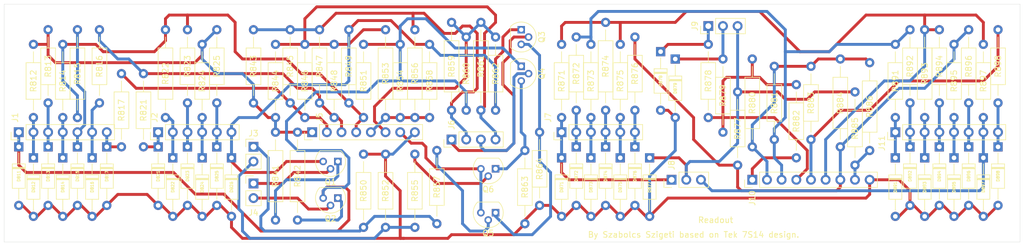
<source format=kicad_pcb>
(kicad_pcb (version 20171130) (host pcbnew "(5.1.9)-1")
  (layers (0 F.Cu signal) (31 B.Cu signal) (34 B.Paste user) (35 F.Paste user) (36 B.SilkS user) (37 F.SilkS user) (38 B.Mask user) (39 F.Mask user) (44 Edge.Cuts user))
  (net 0 "")
  (net 1 P10-9)
  (net 2 P1-1)
  (net 3 P1-2)
  (net 4 P1-3)
  (net 5 P1-4)
  (net 6 P1-5)
  (net 7 P1-6)
  (net 8 P1-7)
  (net 9 P2-1)
  (net 10 P2-2)
  (net 11 P2-3)
  (net 12 P2-4)
  (net 13 P2-5)
  (net 14 P2-6)
  (net 15 P7-1)
  (net 16 P7-2)
  (net 17 P7-3)
  (net 18 P7-4)
  (net 19 P7-5)
  (net 20 P7-6)
  (net 21 P8-2)
  (net 22 P9-1)
  (net 23 P9-2)
  (net 24 P11-1)
  (net 25 P11-2)
  (net 26 P11-3)
  (net 27 P11-4)
  (net 28 P11-5)
  (net 29 P11-6)
  (net 30 P11-7)
  (net 31 P11-8)
  (net 32 P3-2)
  (net 33 P3-1)
  (net 34 P4-2)
  (net 35 P4-1)
  (net 36 P5-7)
  (net 37 P5-6)
  (net 38 P5-5)
  (net 39 P5-4)
  (net 40 P5-3)
  (net 41 P5-2)
  (net 42 P5-1)
  (net 43 P6-4)
  (net 44 P6-3)
  (net 45 P6-2)
  (net 46 P6-1)
  (net 47 P10-8)
  (net 48 P10-7)
  (net 49 P10-6)
  (net 50 P10-5)
  (net 51 P10-4)
  (net 52 P10-3)
  (net 53 P10-2)
  (net 54 P10-1)
  (net 55 "Net-(Q1-Pad1)")
  (net 56 "Net-(Q2-Pad1)")
  (net 57 "Net-(Q5-Pad2)")
  (net 58 "Net-(Q6-Pad2)")
  (net 59 "Net-(Q3-Pad3)")
  (net 60 "Net-(Q4-Pad3)")
  (module Package_TO_SOT_THT:TO-92 (layer F.Cu) (at 153.035 74.295 270)
    (fp_text reference Q4 (at 1.27 -3.56 90) (layer F.SilkS))
    (fp_text value PF5101)
    (pad 1 thru_hole rect (at 0 0 270) (size 1.3 1.3) (drill 0.75) (layers *.Cu *.Mask) (net 2 P1-1))
    (pad 3 thru_hole circle (at 2.54 0 270) (size 1.3 1.3) (drill 0.75) (layers *.Cu *.Mask) (net 60 "Net-(Q4-Pad3)"))
    (pad 2 thru_hole circle (at 1.27 -1.27 270) (size 1.3 1.3) (drill 0.75) (layers *.Cu *.Mask) (net 44 P6-3))
  )
  (module Package_TO_SOT_THT:TO-92 (layer F.Cu) (at 153.035 67.945 270)
    (fp_text reference Q3 (at 1.27 -3.56 90) (layer F.SilkS))
    (fp_text value PF5101)
    (pad 1 thru_hole rect (at 0 0 270) (size 1.3 1.3) (drill 0.75) (layers *.Cu *.Mask) (net 14 P2-6))
    (pad 3 thru_hole circle (at 2.54 0 270) (size 1.3 1.3) (drill 0.75) (layers *.Cu *.Mask) (net 59 "Net-(Q3-Pad3)"))
    (pad 2 thru_hole circle (at 1.27 -1.27 270) (size 1.3 1.3) (drill 0.75) (layers *.Cu *.Mask) (net 46 P6-1))
  )
  (module Cutom-modules:R_Axial_L9.0mm_D3.2mm_P15.24mm_Horizontal (layer F.Cu) (at 140.97 81.915 90)
    (fp_text reference R859 (at 7.62 0 90) (layer F.SilkS))
    (fp_text value 37.4k)
    (pad 2 thru_hole oval (at 15.24 0 90) (size 1.6 1.6) (drill 0.8) (layers *.Cu *.Mask) (net 37 P5-6))
    (pad 1 thru_hole circle (at 0 0 90) (size 1.6 1.6) (drill 0.8) (layers *.Cu *.Mask) (net 45 P6-2))
  )
  (module Cutom-modules:R_Axial_L9.0mm_D3.2mm_P12.70mm_Horizontal (layer F.Cu) (at 200.66 77.47 270)
    (fp_text reference R882 (at 6.35 0 90) (layer F.SilkS))
    (fp_text value 30k)
    (pad 2 thru_hole oval (at 12.7 0 270) (size 1.6 1.6) (drill 0.8) (layers *.Cu *.Mask) (net 54 P10-1))
    (pad 1 thru_hole circle (at 0 0 270) (size 1.6 1.6) (drill 0.8) (layers *.Cu *.Mask) (net 51 P10-4))
  )
  (module Cutom-modules:R_Axial_L9.0mm_D3.2mm_P15.24mm_Horizontal (layer F.Cu) (at 91.44 67.945 270)
    (fp_text reference R822 (at 7.62 0 90) (layer F.SilkS))
    (fp_text value 37.4k)
    (pad 2 thru_hole oval (at 15.24 0 270) (size 1.6 1.6) (drill 0.8) (layers *.Cu *.Mask) (net 10 P2-2))
    (pad 1 thru_hole circle (at 0 0 270) (size 1.6 1.6) (drill 0.8) (layers *.Cu *.Mask) (net 39 P5-4))
  )
  (module Package_TO_SOT_THT:TO-92 (layer F.Cu) (at 148.59 92.075 180)
    (fp_text reference Q6 (at 1.27 -3.56) (layer F.SilkS))
    (fp_text value 2N2222)
    (pad 1 thru_hole rect (at 0 0 180) (size 1.3 1.3) (drill 0.75) (layers *.Cu *.Mask) (net 60 "Net-(Q4-Pad3)"))
    (pad 3 thru_hole circle (at 2.54 0 180) (size 1.3 1.3) (drill 0.75) (layers *.Cu *.Mask) (net 36 P5-7))
    (pad 2 thru_hole circle (at 1.27 -1.27 180) (size 1.3 1.3) (drill 0.75) (layers *.Cu *.Mask) (net 58 "Net-(Q6-Pad2)"))
  )
  (module Package_TO_SOT_THT:TO-92 (layer F.Cu) (at 148.59 99.695 180)
    (fp_text reference Q5 (at 1.27 -3.56) (layer F.SilkS))
    (fp_text value 2n2222)
    (pad 1 thru_hole rect (at 0 0 180) (size 1.3 1.3) (drill 0.75) (layers *.Cu *.Mask) (net 59 "Net-(Q3-Pad3)"))
    (pad 3 thru_hole circle (at 2.54 0 180) (size 1.3 1.3) (drill 0.75) (layers *.Cu *.Mask) (net 36 P5-7))
    (pad 2 thru_hole circle (at 1.27 -1.27 180) (size 1.3 1.3) (drill 0.75) (layers *.Cu *.Mask) (net 57 "Net-(Q5-Pad2)"))
  )
  (module Package_TO_SOT_THT:TO-92 (layer F.Cu) (at 121.285 97.155 180)
    (fp_text reference Q2 (at 1.27 -3.56) (layer F.SilkS))
    (fp_text value MPSA14)
    (pad 1 thru_hole rect (at 0 0 180) (size 1.3 1.3) (drill 0.75) (layers *.Cu *.Mask) (net 56 "Net-(Q2-Pad1)"))
    (pad 3 thru_hole circle (at 2.54 0 180) (size 1.3 1.3) (drill 0.75) (layers *.Cu *.Mask) (net 2 P1-1))
    (pad 2 thru_hole circle (at 1.27 -1.27 180) (size 1.3 1.3) (drill 0.75) (layers *.Cu *.Mask) (net 34 P4-2))
  )
  (module Package_TO_SOT_THT:TO-92 (layer F.Cu) (at 121.285 90.805 180)
    (fp_text reference Q1 (at 1.27 -3.56) (layer F.SilkS))
    (fp_text value MPSA14)
    (pad 1 thru_hole rect (at 0 0 180) (size 1.3 1.3) (drill 0.75) (layers *.Cu *.Mask) (net 55 "Net-(Q1-Pad1)"))
    (pad 3 thru_hole circle (at 2.54 0 180) (size 1.3 1.3) (drill 0.75) (layers *.Cu *.Mask) (net 14 P2-6))
    (pad 2 thru_hole circle (at 1.27 -1.27 180) (size 1.3 1.3) (drill 0.75) (layers *.Cu *.Mask) (net 35 P4-1))
  )
  (module MountingHole:MountingHole_3.5mm (layer F.Cu) (at 85.09 67.31)
    (fp_text reference H4 hide)
    (fp_text value MountingHole)
    (pad 1 np_thru_hole circle (at 0 0) (size 3.5 3.5) (drill 3.5) (layers *.Cu *.Mask))
  )
  (module MountingHole:MountingHole_3.5mm (layer F.Cu) (at 203.835 67.31)
    (fp_text reference H3 hide)
    (fp_text value MountingHole)
    (pad 1 np_thru_hole circle (at 0 0) (size 3.5 3.5) (drill 3.5) (layers *.Cu *.Mask))
  )
  (module MountingHole:MountingHole_3.5mm (layer F.Cu) (at 203.835 100.965)
    (fp_text reference H2 hide)
    (fp_text value MountingHole)
    (pad 1 np_thru_hole circle (at 0 0) (size 3.5 3.5) (drill 3.5) (layers *.Cu *.Mask))
  )
  (module MountingHole:MountingHole_3.5mm (layer F.Cu) (at 85.09 100.965)
    (fp_text reference H1 hide)
    (fp_text value MountingHole)
    (pad 1 np_thru_hole circle (at 0 0) (size 3.5 3.5) (drill 3.5) (layers *.Cu *.Mask))
  )
  (module Cutom-modules:R_Axial_L9.0mm_D3.2mm_P12.70mm_Horizontal (layer F.Cu) (at 235.585 67.945 270)
    (fp_text reference R898 (at 6.35 0 90) (layer F.SilkS))
    (fp_text value 75k)
    (pad 2 thru_hole oval (at 12.7 0 270) (size 1.6 1.6) (drill 0.8) (layers *.Cu *.Mask) (net 31 P11-8))
    (pad 1 thru_hole circle (at 0 0 270) (size 1.6 1.6) (drill 0.8) (layers *.Cu *.Mask) (net 50 P10-5))
  )
  (module Cutom-modules:R_Axial_L9.0mm_D3.2mm_P12.70mm_Horizontal (layer F.Cu) (at 233.045 70.485 270)
    (fp_text reference R897 (at 6.35 0 90) (layer F.SilkS))
    (fp_text value 75k)
    (pad 2 thru_hole oval (at 12.7 0 270) (size 1.6 1.6) (drill 0.8) (layers *.Cu *.Mask) (net 30 P11-7))
    (pad 1 thru_hole circle (at 0 0 270) (size 1.6 1.6) (drill 0.8) (layers *.Cu *.Mask) (net 49 P10-6))
  )
  (module Cutom-modules:R_Axial_L9.0mm_D3.2mm_P12.70mm_Horizontal (layer F.Cu) (at 230.505 67.945 270)
    (fp_text reference R896 (at 6.35 0 90) (layer F.SilkS))
    (fp_text value 75k)
    (pad 2 thru_hole oval (at 12.7 0 270) (size 1.6 1.6) (drill 0.8) (layers *.Cu *.Mask) (net 29 P11-6))
    (pad 1 thru_hole circle (at 0 0 270) (size 1.6 1.6) (drill 0.8) (layers *.Cu *.Mask) (net 48 P10-7))
  )
  (module Cutom-modules:R_Axial_L9.0mm_D3.2mm_P12.70mm_Horizontal (layer F.Cu) (at 227.965 70.485 270)
    (fp_text reference R895 (at 6.35 0 90) (layer F.SilkS))
    (fp_text value 150k)
    (pad 2 thru_hole oval (at 12.7 0 270) (size 1.6 1.6) (drill 0.8) (layers *.Cu *.Mask) (net 28 P11-5))
    (pad 1 thru_hole circle (at 0 0 270) (size 1.6 1.6) (drill 0.8) (layers *.Cu *.Mask) (net 48 P10-7))
  )
  (module Cutom-modules:R_Axial_L9.0mm_D3.2mm_P12.70mm_Horizontal (layer F.Cu) (at 225.425 67.945 270)
    (fp_text reference R894 (at 6.35 0 90) (layer F.SilkS))
    (fp_text value 150k)
    (pad 2 thru_hole oval (at 12.7 0 270) (size 1.6 1.6) (drill 0.8) (layers *.Cu *.Mask) (net 27 P11-4))
    (pad 1 thru_hole circle (at 0 0 270) (size 1.6 1.6) (drill 0.8) (layers *.Cu *.Mask) (net 49 P10-6))
  )
  (module Cutom-modules:R_Axial_L9.0mm_D3.2mm_P15.24mm_Horizontal (layer F.Cu) (at 222.885 67.945 270)
    (fp_text reference R893 (at 7.62 0 90) (layer F.SilkS))
    (fp_text value 37.4k)
    (pad 2 thru_hole oval (at 15.24 0 270) (size 1.6 1.6) (drill 0.8) (layers *.Cu *.Mask) (net 26 P11-3))
    (pad 1 thru_hole circle (at 0 0 270) (size 1.6 1.6) (drill 0.8) (layers *.Cu *.Mask) (net 49 P10-6))
  )
  (module Cutom-modules:R_Axial_L9.0mm_D3.2mm_P12.70mm_Horizontal (layer F.Cu) (at 220.345 67.945 270)
    (fp_text reference R892 (at 6.35 0 90) (layer F.SilkS))
    (fp_text value 75k)
    (pad 2 thru_hole oval (at 12.7 0 270) (size 1.6 1.6) (drill 0.8) (layers *.Cu *.Mask) (net 25 P11-2))
    (pad 1 thru_hole circle (at 0 0 270) (size 1.6 1.6) (drill 0.8) (layers *.Cu *.Mask) (net 52 P10-3))
  )
  (module Cutom-modules:R_Axial_L9.0mm_D3.2mm_P12.70mm_Horizontal (layer F.Cu) (at 217.805 70.485 270)
    (fp_text reference R891 (at 6.35 0 90) (layer F.SilkS))
    (fp_text value 150k)
    (pad 2 thru_hole oval (at 12.7 0 270) (size 1.6 1.6) (drill 0.8) (layers *.Cu *.Mask) (net 24 P11-1))
    (pad 1 thru_hole circle (at 0 0 270) (size 1.6 1.6) (drill 0.8) (layers *.Cu *.Mask) (net 52 P10-3))
  )
  (module Cutom-modules:R_Axial_L9.0mm_D3.2mm_P15.24mm_Horizontal (layer F.Cu) (at 213.36 88.9 90)
    (fp_text reference R886 (at 7.62 0 90) (layer F.SilkS))
    (fp_text value 37.4k)
    (pad 2 thru_hole oval (at 15.24 0 90) (size 1.6 1.6) (drill 0.8) (layers *.Cu *.Mask) (net 53 P10-2))
    (pad 1 thru_hole circle (at 0 0 90) (size 1.6 1.6) (drill 0.8) (layers *.Cu *.Mask) (net 47 P10-8))
  )
  (module Cutom-modules:R_Axial_L9.0mm_D3.2mm_P12.70mm_Horizontal (layer F.Cu) (at 210.82 91.44 90)
    (fp_text reference R885 (at 6.35 0 90) (layer F.SilkS))
    (fp_text value 150k)
    (pad 2 thru_hole oval (at 12.7 0 90) (size 1.6 1.6) (drill 0.8) (layers *.Cu *.Mask) (net 21 P8-2))
    (pad 1 thru_hole circle (at 0 0 90) (size 1.6 1.6) (drill 0.8) (layers *.Cu *.Mask) (net 47 P10-8))
  )
  (module Cutom-modules:R_Axial_L9.0mm_D3.2mm_P15.24mm_Horizontal (layer F.Cu) (at 208.28 73.025 270)
    (fp_text reference R884 (at 7.62 0 90) (layer F.SilkS))
    (fp_text value 49.9k)
    (pad 2 thru_hole oval (at 15.24 0 270) (size 1.6 1.6) (drill 0.8) (layers *.Cu *.Mask) (net 48 P10-7))
    (pad 1 thru_hole circle (at 0 0 270) (size 1.6 1.6) (drill 0.8) (layers *.Cu *.Mask) (net 53 P10-2))
  )
  (module Cutom-modules:R_Axial_L9.0mm_D3.2mm_P12.70mm_Horizontal (layer F.Cu) (at 203.2 74.295 270)
    (fp_text reference R883 (at 6.35 0 90) (layer F.SilkS))
    (fp_text value 150k)
    (pad 2 thru_hole oval (at 12.7 0 270) (size 1.6 1.6) (drill 0.8) (layers *.Cu *.Mask) (net 50 P10-5))
    (pad 1 thru_hole circle (at 0 0 270) (size 1.6 1.6) (drill 0.8) (layers *.Cu *.Mask) (net 53 P10-2))
  )
  (module Cutom-modules:R_Axial_L9.0mm_D3.2mm_P12.70mm_Horizontal (layer F.Cu) (at 196.85 74.295 270)
    (fp_text reference R881 (at 6.35 0 90) (layer F.SilkS))
    (fp_text value 75k)
    (pad 2 thru_hole oval (at 12.7 0 270) (size 1.6 1.6) (drill 0.8) (layers *.Cu *.Mask) (net 52 P10-3))
    (pad 1 thru_hole circle (at 0 0 270) (size 1.6 1.6) (drill 0.8) (layers *.Cu *.Mask) (net 53 P10-2))
  )
  (module Cutom-modules:R_Axial_L9.0mm_D3.2mm_P15.24mm_Horizontal (layer F.Cu) (at 193.04 73.025 270)
    (fp_text reference R880 (at 7.62 0 90) (layer F.SilkS))
    (fp_text value 49.9k)
    (pad 2 thru_hole oval (at 15.24 0 270) (size 1.6 1.6) (drill 0.8) (layers *.Cu *.Mask) (net 53 P10-2))
    (pad 1 thru_hole circle (at 0 0 270) (size 1.6 1.6) (drill 0.8) (layers *.Cu *.Mask) (net 51 P10-4))
  )
  (module Cutom-modules:R_Axial_L9.0mm_D3.2mm_P12.70mm_Horizontal (layer F.Cu) (at 187.96 85.725 90)
    (fp_text reference R879 (at 6.35 0 90) (layer F.SilkS))
    (fp_text value 30k)
    (pad 2 thru_hole oval (at 12.7 0 90) (size 1.6 1.6) (drill 0.8) (layers *.Cu *.Mask) (net 23 P9-2))
    (pad 1 thru_hole circle (at 0 0 90) (size 1.6 1.6) (drill 0.8) (layers *.Cu *.Mask) (net 51 P10-4))
  )
  (module Cutom-modules:R_Axial_L9.0mm_D3.2mm_P12.70mm_Horizontal (layer F.Cu) (at 185.42 83.185 90)
    (fp_text reference R878 (at 6.35 0 90) (layer F.SilkS))
    (fp_text value 30k)
    (pad 2 thru_hole oval (at 12.7 0 90) (size 1.6 1.6) (drill 0.8) (layers *.Cu *.Mask) (net 22 P9-1))
    (pad 1 thru_hole circle (at 0 0 90) (size 1.6 1.6) (drill 0.8) (layers *.Cu *.Mask) (net 51 P10-4))
  )
  (module Cutom-modules:R_Axial_L9.0mm_D3.2mm_P12.70mm_Horizontal (layer F.Cu) (at 190.5 78.74 270)
    (fp_text reference R877 (at 6.35 0 90) (layer F.SilkS))
    (fp_text value 75k)
    (pad 2 thru_hole oval (at 12.7 0 270) (size 1.6 1.6) (drill 0.8) (layers *.Cu *.Mask) (net 48 P10-7))
    (pad 1 thru_hole circle (at 0 0 270) (size 1.6 1.6) (drill 0.8) (layers *.Cu *.Mask) (net 21 P8-2))
  )
  (module Cutom-modules:R_Axial_L9.0mm_D3.2mm_P12.70mm_Horizontal (layer F.Cu) (at 172.72 69.215 270)
    (fp_text reference R876 (at 6.35 0 90) (layer F.SilkS))
    (fp_text value 150k)
    (pad 2 thru_hole oval (at 12.7 0 270) (size 1.6 1.6) (drill 0.8) (layers *.Cu *.Mask) (net 20 P7-6))
    (pad 1 thru_hole circle (at 0 0 270) (size 1.6 1.6) (drill 0.8) (layers *.Cu *.Mask) (net 48 P10-7))
  )
  (module Cutom-modules:R_Axial_L9.0mm_D3.2mm_P12.70mm_Horizontal (layer F.Cu) (at 170.18 70.485 270)
    (fp_text reference R875 (at 6.35 0 90) (layer F.SilkS))
    (fp_text value 150k)
    (pad 2 thru_hole oval (at 12.7 0 270) (size 1.6 1.6) (drill 0.8) (layers *.Cu *.Mask) (net 19 P7-5))
    (pad 1 thru_hole circle (at 0 0 270) (size 1.6 1.6) (drill 0.8) (layers *.Cu *.Mask) (net 49 P10-6))
  )
  (module Cutom-modules:R_Axial_L9.0mm_D3.2mm_P15.24mm_Horizontal (layer F.Cu) (at 167.64 66.675 270)
    (fp_text reference R874 (at 7.62 0 90) (layer F.SilkS))
    (fp_text value 37.4k)
    (pad 2 thru_hole oval (at 15.24 0 270) (size 1.6 1.6) (drill 0.8) (layers *.Cu *.Mask) (net 18 P7-4))
    (pad 1 thru_hole circle (at 0 0 270) (size 1.6 1.6) (drill 0.8) (layers *.Cu *.Mask) (net 49 P10-6))
  )
  (module Cutom-modules:R_Axial_L9.0mm_D3.2mm_P12.70mm_Horizontal (layer F.Cu) (at 165.1 70.485 270)
    (fp_text reference R873 (at 6.35 0 90) (layer F.SilkS))
    (fp_text value 75k)
    (pad 2 thru_hole oval (at 12.7 0 270) (size 1.6 1.6) (drill 0.8) (layers *.Cu *.Mask) (net 17 P7-3))
    (pad 1 thru_hole circle (at 0 0 270) (size 1.6 1.6) (drill 0.8) (layers *.Cu *.Mask) (net 52 P10-3))
  )
  (module Cutom-modules:R_Axial_L9.0mm_D3.2mm_P12.70mm_Horizontal (layer F.Cu) (at 162.56 69.215 270)
    (fp_text reference R872 (at 6.35 0 90) (layer F.SilkS))
    (fp_text value 150k)
    (pad 2 thru_hole oval (at 12.7 0 270) (size 1.6 1.6) (drill 0.8) (layers *.Cu *.Mask) (net 16 P7-2))
    (pad 1 thru_hole circle (at 0 0 270) (size 1.6 1.6) (drill 0.8) (layers *.Cu *.Mask) (net 52 P10-3))
  )
  (module Cutom-modules:R_Axial_L9.0mm_D3.2mm_P12.70mm_Horizontal (layer F.Cu) (at 160.02 70.485 270)
    (fp_text reference R871 (at 6.35 0 90) (layer F.SilkS))
    (fp_text value 75k)
    (pad 2 thru_hole oval (at 12.7 0 270) (size 1.6 1.6) (drill 0.8) (layers *.Cu *.Mask) (net 15 P7-1))
    (pad 1 thru_hole circle (at 0 0 270) (size 1.6 1.6) (drill 0.8) (layers *.Cu *.Mask) (net 49 P10-6))
  )
  (module Cutom-modules:R_Axial_L9.0mm_D3.2mm_P12.70mm_Horizontal (layer F.Cu) (at 156.21 98.425 90)
    (fp_text reference R864 (at 6.35 0 90) (layer F.SilkS))
    (fp_text value 100k)
    (pad 2 thru_hole oval (at 12.7 0 90) (size 1.6 1.6) (drill 0.8) (layers *.Cu *.Mask) (net 59 "Net-(Q3-Pad3)"))
    (pad 1 thru_hole circle (at 0 0 90) (size 1.6 1.6) (drill 0.8) (layers *.Cu *.Mask) (net 1 P10-9))
  )
  (module Cutom-modules:R_Axial_L9.0mm_D3.2mm_P12.70mm_Horizontal (layer F.Cu) (at 153.67 88.9 270)
    (fp_text reference R863 (at 6.35 0 90) (layer F.SilkS))
    (fp_text value 100k)
    (pad 2 thru_hole oval (at 12.7 0 270) (size 1.6 1.6) (drill 0.8) (layers *.Cu *.Mask) (net 1 P10-9))
    (pad 1 thru_hole circle (at 0 0 270) (size 1.6 1.6) (drill 0.8) (layers *.Cu *.Mask) (net 60 "Net-(Q4-Pad3)"))
  )
  (module Cutom-modules:R_Axial_L9.0mm_D3.2mm_P12.70mm_Horizontal (layer F.Cu) (at 148.59 69.215 270)
    (fp_text reference R862 (at 6.35 0 90) (layer F.SilkS))
    (fp_text value 75k)
    (pad 2 thru_hole oval (at 12.7 0 270) (size 1.6 1.6) (drill 0.8) (layers *.Cu *.Mask) (net 14 P2-6))
    (pad 1 thru_hole circle (at 0 0 270) (size 1.6 1.6) (drill 0.8) (layers *.Cu *.Mask) (net 37 P5-6))
  )
  (module Cutom-modules:R_Axial_L9.0mm_D3.2mm_P15.24mm_Horizontal (layer F.Cu) (at 146.05 81.915 90)
    (fp_text reference R861 (at 7.62 0 90) (layer F.SilkS))
    (fp_text value 37.4k)
    (pad 2 thru_hole oval (at 15.24 0 90) (size 1.6 1.6) (drill 0.8) (layers *.Cu *.Mask) (net 37 P5-6))
    (pad 1 thru_hole circle (at 0 0 90) (size 1.6 1.6) (drill 0.8) (layers *.Cu *.Mask) (net 43 P6-4))
  )
  (module Cutom-modules:R_Axial_L9.0mm_D3.2mm_P12.70mm_Horizontal (layer F.Cu) (at 143.51 69.215 270)
    (fp_text reference R860 (at 6.35 0 90) (layer F.SilkS))
    (fp_text value 75k)
    (pad 2 thru_hole oval (at 12.7 0 270) (size 1.6 1.6) (drill 0.8) (layers *.Cu *.Mask) (net 2 P1-1))
    (pad 1 thru_hole circle (at 0 0 270) (size 1.6 1.6) (drill 0.8) (layers *.Cu *.Mask) (net 37 P5-6))
  )
  (module Cutom-modules:R_Axial_L9.0mm_D3.2mm_P12.70mm_Horizontal (layer F.Cu) (at 137.16 83.185 90)
    (fp_text reference R858 (at 6.35 0 90) (layer F.SilkS))
    (fp_text value 150k)
    (pad 2 thru_hole oval (at 12.7 0 90) (size 1.6 1.6) (drill 0.8) (layers *.Cu *.Mask) (net 14 P2-6))
    (pad 1 thru_hole circle (at 0 0 90) (size 1.6 1.6) (drill 0.8) (layers *.Cu *.Mask) (net 38 P5-5))
  )
  (module Cutom-modules:R_Axial_L9.0mm_D3.2mm_P12.70mm_Horizontal (layer F.Cu) (at 138.43 88.9 270)
    (fp_text reference R857 (at 6.35 0 90) (layer F.SilkS))
    (fp_text value 51k)
    (pad 2 thru_hole oval (at 12.7 0 270) (size 1.6 1.6) (drill 0.8) (layers *.Cu *.Mask) (net 33 P3-1))
    (pad 1 thru_hole circle (at 0 0 270) (size 1.6 1.6) (drill 0.8) (layers *.Cu *.Mask) (net 57 "Net-(Q5-Pad2)"))
  )
  (module Cutom-modules:R_Axial_L9.0mm_D3.2mm_P15.24mm_Horizontal (layer F.Cu) (at 134.62 67.945 270)
    (fp_text reference R856 (at 7.62 0 90) (layer F.SilkS))
    (fp_text value 49.9k)
    (pad 2 thru_hole oval (at 15.24 0 270) (size 1.6 1.6) (drill 0.8) (layers *.Cu *.Mask) (net 38 P5-5))
    (pad 1 thru_hole circle (at 0 0 270) (size 1.6 1.6) (drill 0.8) (layers *.Cu *.Mask) (net 45 P6-2))
  )
  (module Cutom-modules:R_Axial_L9.0mm_D3.2mm_P12.70mm_Horizontal (layer F.Cu) (at 134.62 89.535 270)
    (fp_text reference R855 (at 6.35 0 90) (layer F.SilkS))
    (fp_text value 51k)
    (pad 2 thru_hole oval (at 12.7 0 270) (size 1.6 1.6) (drill 0.8) (layers *.Cu *.Mask) (net 32 P3-2))
    (pad 1 thru_hole circle (at 0 0 270) (size 1.6 1.6) (drill 0.8) (layers *.Cu *.Mask) (net 58 "Net-(Q6-Pad2)"))
  )
  (module Cutom-modules:R_Axial_L9.0mm_D3.2mm_P12.70mm_Horizontal (layer F.Cu) (at 132.08 83.185 90)
    (fp_text reference R854 (at 6.35 0 90) (layer F.SilkS))
    (fp_text value 150k)
    (pad 2 thru_hole oval (at 12.7 0 90) (size 1.6 1.6) (drill 0.8) (layers *.Cu *.Mask) (net 2 P1-1))
    (pad 1 thru_hole circle (at 0 0 90) (size 1.6 1.6) (drill 0.8) (layers *.Cu *.Mask) (net 38 P5-5))
  )
  (module Cutom-modules:R_Axial_L9.0mm_D3.2mm_P15.24mm_Horizontal (layer F.Cu) (at 129.54 67.945 270)
    (fp_text reference R853 (at 7.62 0 90) (layer F.SilkS))
    (fp_text value 49.9k)
    (pad 2 thru_hole oval (at 15.24 0 270) (size 1.6 1.6) (drill 0.8) (layers *.Cu *.Mask) (net 38 P5-5))
    (pad 1 thru_hole circle (at 0 0 270) (size 1.6 1.6) (drill 0.8) (layers *.Cu *.Mask) (net 43 P6-4))
  )
  (module Cutom-modules:R_Axial_L9.0mm_D3.2mm_P12.70mm_Horizontal (layer F.Cu) (at 129.54 102.235 90)
    (fp_text reference R852 (at 6.35 0 90) (layer F.SilkS))
    (fp_text value 43k)
    (pad 2 thru_hole oval (at 12.7 0 90) (size 1.6 1.6) (drill 0.8) (layers *.Cu *.Mask) (net 1 P10-9))
    (pad 1 thru_hole circle (at 0 0 90) (size 1.6 1.6) (drill 0.8) (layers *.Cu *.Mask) (net 32 P3-2))
  )
  (module Cutom-modules:R_Axial_L9.0mm_D3.2mm_P12.70mm_Horizontal (layer F.Cu) (at 125.73 70.485 270)
    (fp_text reference R851 (at 6.35 0 90) (layer F.SilkS))
    (fp_text value 75k)
    (pad 2 thru_hole oval (at 12.7 0 270) (size 1.6 1.6) (drill 0.8) (layers *.Cu *.Mask) (net 39 P5-4))
    (pad 1 thru_hole circle (at 0 0 270) (size 1.6 1.6) (drill 0.8) (layers *.Cu *.Mask) (net 2 P1-1))
  )
  (module Cutom-modules:R_Axial_L9.0mm_D3.2mm_P12.70mm_Horizontal (layer F.Cu) (at 125.73 102.235 90)
    (fp_text reference R850 (at 6.35 0 90) (layer F.SilkS))
    (fp_text value 43k)
    (pad 2 thru_hole oval (at 12.7 0 90) (size 1.6 1.6) (drill 0.8) (layers *.Cu *.Mask) (net 1 P10-9))
    (pad 1 thru_hole circle (at 0 0 90) (size 1.6 1.6) (drill 0.8) (layers *.Cu *.Mask) (net 33 P3-1))
  )
  (module Cutom-modules:R_Axial_L9.0mm_D3.2mm_P12.70mm_Horizontal (layer F.Cu) (at 123.19 67.945 270)
    (fp_text reference R849 (at 6.35 0 90) (layer F.SilkS))
    (fp_text value 75k)
    (pad 2 thru_hole oval (at 12.7 0 270) (size 1.6 1.6) (drill 0.8) (layers *.Cu *.Mask) (net 39 P5-4))
    (pad 1 thru_hole circle (at 0 0 270) (size 1.6 1.6) (drill 0.8) (layers *.Cu *.Mask) (net 14 P2-6))
  )
  (module Cutom-modules:R_Axial_L9.0mm_D3.2mm_P12.70mm_Horizontal (layer F.Cu) (at 120.65 70.485 270)
    (fp_text reference R848 (at 6.35 0 90) (layer F.SilkS))
    (fp_text value 150k)
    (pad 2 thru_hole oval (at 12.7 0 270) (size 1.6 1.6) (drill 0.8) (layers *.Cu *.Mask) (net 40 P5-3))
    (pad 1 thru_hole circle (at 0 0 270) (size 1.6 1.6) (drill 0.8) (layers *.Cu *.Mask) (net 43 P6-4))
  )
  (module Cutom-modules:R_Axial_L9.0mm_D3.2mm_P12.70mm_Horizontal (layer F.Cu) (at 118.11 67.945 270)
    (fp_text reference R847 (at 6.35 0 90) (layer F.SilkS))
    (fp_text value 150k)
    (pad 2 thru_hole oval (at 12.7 0 270) (size 1.6 1.6) (drill 0.8) (layers *.Cu *.Mask) (net 40 P5-3))
    (pad 1 thru_hole circle (at 0 0 270) (size 1.6 1.6) (drill 0.8) (layers *.Cu *.Mask) (net 45 P6-2))
  )
  (module Cutom-modules:R_Axial_L9.0mm_D3.2mm_P12.70mm_Horizontal (layer F.Cu) (at 115.57 70.485 270)
    (fp_text reference R846 (at 6.35 0 90) (layer F.SilkS))
    (fp_text value 150k)
    (pad 2 thru_hole oval (at 12.7 0 270) (size 1.6 1.6) (drill 0.8) (layers *.Cu *.Mask) (net 41 P5-2))
    (pad 1 thru_hole circle (at 0 0 270) (size 1.6 1.6) (drill 0.8) (layers *.Cu *.Mask) (net 43 P6-4))
  )
  (module Cutom-modules:R_Axial_L9.0mm_D3.2mm_P12.70mm_Horizontal (layer F.Cu) (at 113.03 67.945 270)
    (fp_text reference R845 (at 6.35 0 90) (layer F.SilkS))
    (fp_text value 150k)
    (pad 2 thru_hole oval (at 12.7 0 270) (size 1.6 1.6) (drill 0.8) (layers *.Cu *.Mask) (net 41 P5-2))
    (pad 1 thru_hole circle (at 0 0 270) (size 1.6 1.6) (drill 0.8) (layers *.Cu *.Mask) (net 45 P6-2))
  )
  (module Cutom-modules:R_Axial_L9.0mm_D3.2mm_P12.70mm_Horizontal (layer F.Cu) (at 110.49 70.485 270)
    (fp_text reference R844 (at 6.35 0 90) (layer F.SilkS))
    (fp_text value 75k)
    (pad 2 thru_hole oval (at 12.7 0 270) (size 1.6 1.6) (drill 0.8) (layers *.Cu *.Mask) (net 42 P5-1))
    (pad 1 thru_hole circle (at 0 0 270) (size 1.6 1.6) (drill 0.8) (layers *.Cu *.Mask) (net 43 P6-4))
  )
  (module Cutom-modules:R_Axial_L9.0mm_D3.2mm_P12.70mm_Horizontal (layer F.Cu) (at 106.68 67.945 270)
    (fp_text reference R843 (at 6.35 0 90) (layer F.SilkS))
    (fp_text value 75k)
    (pad 2 thru_hole oval (at 12.7 0 270) (size 1.6 1.6) (drill 0.8) (layers *.Cu *.Mask) (net 42 P5-1))
    (pad 1 thru_hole circle (at 0 0 270) (size 1.6 1.6) (drill 0.8) (layers *.Cu *.Mask) (net 45 P6-2))
  )
  (module Cutom-modules:R_Axial_L9.0mm_D3.2mm_P15.24mm_Horizontal (layer F.Cu) (at 114.3 85.725 270)
    (fp_text reference R842 (at 7.62 0 90) (layer F.SilkS))
    (fp_text value 11.8k)
    (pad 2 thru_hole oval (at 15.24 0 270) (size 1.6 1.6) (drill 0.8) (layers *.Cu *.Mask) (net 56 "Net-(Q2-Pad1)"))
    (pad 1 thru_hole circle (at 0 0 270) (size 1.6 1.6) (drill 0.8) (layers *.Cu *.Mask) (net 42 P5-1))
  )
  (module Cutom-modules:R_Axial_L9.0mm_D3.2mm_P15.24mm_Horizontal (layer F.Cu) (at 110.49 85.725 270)
    (fp_text reference R841 (at 7.62 0 90) (layer F.SilkS))
    (fp_text value 11.8k)
    (pad 2 thru_hole oval (at 15.24 0 270) (size 1.6 1.6) (drill 0.8) (layers *.Cu *.Mask) (net 55 "Net-(Q1-Pad1)"))
    (pad 1 thru_hole circle (at 0 0 270) (size 1.6 1.6) (drill 0.8) (layers *.Cu *.Mask) (net 42 P5-1))
  )
  (module Cutom-modules:R_Axial_L9.0mm_D3.2mm_P12.70mm_Horizontal (layer F.Cu) (at 100.33 67.945 270)
    (fp_text reference R825 (at 6.35 0 90) (layer F.SilkS))
    (fp_text value 150k)
    (pad 2 thru_hole oval (at 12.7 0 270) (size 1.6 1.6) (drill 0.8) (layers *.Cu *.Mask) (net 13 P2-5))
    (pad 1 thru_hole circle (at 0 0 270) (size 1.6 1.6) (drill 0.8) (layers *.Cu *.Mask) (net 42 P5-1))
  )
  (module Cutom-modules:R_Axial_L9.0mm_D3.2mm_P12.70mm_Horizontal (layer F.Cu) (at 97.79 70.485 270)
    (fp_text reference R824 (at 6.35 0 90) (layer F.SilkS))
    (fp_text value 75k)
    (pad 2 thru_hole oval (at 12.7 0 270) (size 1.6 1.6) (drill 0.8) (layers *.Cu *.Mask) (net 12 P2-4))
    (pad 1 thru_hole circle (at 0 0 270) (size 1.6 1.6) (drill 0.8) (layers *.Cu *.Mask) (net 42 P5-1))
  )
  (module Cutom-modules:R_Axial_L9.0mm_D3.2mm_P12.70mm_Horizontal (layer F.Cu) (at 95.25 67.945 270)
    (fp_text reference R823 (at 6.35 0 90) (layer F.SilkS))
    (fp_text value 150k)
    (pad 2 thru_hole oval (at 12.7 0 270) (size 1.6 1.6) (drill 0.8) (layers *.Cu *.Mask) (net 11 P2-3))
    (pad 1 thru_hole circle (at 0 0 270) (size 1.6 1.6) (drill 0.8) (layers *.Cu *.Mask) (net 39 P5-4))
  )
  (module Cutom-modules:R_Axial_L9.0mm_D3.2mm_P12.70mm_Horizontal (layer F.Cu) (at 87.63 75.565 270)
    (fp_text reference R821 (at 6.35 0 90) (layer F.SilkS))
    (fp_text value 75k)
    (pad 2 thru_hole oval (at 12.7 0 270) (size 1.6 1.6) (drill 0.8) (layers *.Cu *.Mask) (net 9 P2-1))
    (pad 1 thru_hole circle (at 0 0 270) (size 1.6 1.6) (drill 0.8) (layers *.Cu *.Mask) (net 40 P5-3))
  )
  (module Cutom-modules:R_Axial_L9.0mm_D3.2mm_P12.70mm_Horizontal (layer F.Cu) (at 83.82 75.565 270)
    (fp_text reference R817 (at 6.35 0 90) (layer F.SilkS))
    (fp_text value 150k)
    (pad 2 thru_hole oval (at 12.7 0 270) (size 1.6 1.6) (drill 0.8) (layers *.Cu *.Mask) (net 8 P1-7))
    (pad 1 thru_hole circle (at 0 0 270) (size 1.6 1.6) (drill 0.8) (layers *.Cu *.Mask) (net 41 P5-2))
  )
  (module Cutom-modules:R_Axial_L9.0mm_D3.2mm_P12.70mm_Horizontal (layer F.Cu) (at 80.01 67.945 270)
    (fp_text reference R816 (at 6.35 0 90) (layer F.SilkS))
    (fp_text value 75k)
    (pad 2 thru_hole oval (at 12.7 0 270) (size 1.6 1.6) (drill 0.8) (layers *.Cu *.Mask) (net 7 P1-6))
    (pad 1 thru_hole circle (at 0 0 270) (size 1.6 1.6) (drill 0.8) (layers *.Cu *.Mask) (net 40 P5-3))
  )
  (module Cutom-modules:R_Axial_L9.0mm_D3.2mm_P15.24mm_Horizontal (layer F.Cu) (at 76.2 83.185 90)
    (fp_text reference R815 (at 7.62 0 90) (layer F.SilkS))
    (fp_text value 37.4k)
    (pad 2 thru_hole oval (at 15.24 0 90) (size 1.6 1.6) (drill 0.8) (layers *.Cu *.Mask) (net 6 P1-5))
    (pad 1 thru_hole circle (at 0 0 90) (size 1.6 1.6) (drill 0.8) (layers *.Cu *.Mask) (net 39 P5-4))
  )
  (module Cutom-modules:R_Axial_L9.0mm_D3.2mm_P12.70mm_Horizontal (layer F.Cu) (at 73.66 70.485 270)
    (fp_text reference R814 (at 6.35 0 90) (layer F.SilkS))
    (fp_text value 150k)
    (pad 2 thru_hole oval (at 12.7 0 270) (size 1.6 1.6) (drill 0.8) (layers *.Cu *.Mask) (net 5 P1-4))
    (pad 1 thru_hole circle (at 0 0 270) (size 1.6 1.6) (drill 0.8) (layers *.Cu *.Mask) (net 39 P5-4))
  )
  (module Cutom-modules:R_Axial_L9.0mm_D3.2mm_P12.70mm_Horizontal (layer F.Cu) (at 71.12 67.945 270)
    (fp_text reference R813 (at 6.35 0 90) (layer F.SilkS))
    (fp_text value 75k)
    (pad 2 thru_hole oval (at 12.7 0 270) (size 1.6 1.6) (drill 0.8) (layers *.Cu *.Mask) (net 4 P1-3))
    (pad 1 thru_hole circle (at 0 0 270) (size 1.6 1.6) (drill 0.8) (layers *.Cu *.Mask) (net 42 P5-1))
  )
  (module Cutom-modules:R_Axial_L9.0mm_D3.2mm_P12.70mm_Horizontal (layer F.Cu) (at 68.58 70.485 270)
    (fp_text reference R812 (at 6.35 0 90) (layer F.SilkS))
    (fp_text value 150k)
    (pad 2 thru_hole oval (at 12.7 0 270) (size 1.6 1.6) (drill 0.8) (layers *.Cu *.Mask) (net 3 P1-2))
    (pad 1 thru_hole circle (at 0 0 270) (size 1.6 1.6) (drill 0.8) (layers *.Cu *.Mask) (net 42 P5-1))
  )
  (module Cutom-modules:D_DO-35_SOD27_P10.16mm_Horizontal (layer F.Cu) (at 235.585 88.265 270)
    (fp_text reference D898 (at 5.08 0 90) (layer F.SilkS) (effects (font (size 0.5 0.5) (thickness 0.125))))
    (fp_text value 1N4148)
    (pad 2 thru_hole oval (at 10.16 0 270) (size 1.6 1.6) (drill 0.8) (layers *.Cu *.Mask) (net 1 P10-9))
    (pad 1 thru_hole rect (at 0 0 270) (size 1.6 1.6) (drill 0.8) (layers *.Cu *.Mask) (net 31 P11-8))
  )
  (module Cutom-modules:D_DO-35_SOD27_P10.16mm_Horizontal (layer F.Cu) (at 233.045 90.17 270)
    (fp_text reference D897 (at 5.08 0 90) (layer F.SilkS) (effects (font (size 0.5 0.5) (thickness 0.125))))
    (fp_text value 1N4148)
    (pad 2 thru_hole oval (at 10.16 0 270) (size 1.6 1.6) (drill 0.8) (layers *.Cu *.Mask) (net 1 P10-9))
    (pad 1 thru_hole rect (at 0 0 270) (size 1.6 1.6) (drill 0.8) (layers *.Cu *.Mask) (net 30 P11-7))
  )
  (module Cutom-modules:D_DO-35_SOD27_P10.16mm_Horizontal (layer F.Cu) (at 230.505 88.265 270)
    (fp_text reference D896 (at 5.08 0 90) (layer F.SilkS) (effects (font (size 0.5 0.5) (thickness 0.125))))
    (fp_text value 1N4148)
    (pad 2 thru_hole oval (at 10.16 0 270) (size 1.6 1.6) (drill 0.8) (layers *.Cu *.Mask) (net 1 P10-9))
    (pad 1 thru_hole rect (at 0 0 270) (size 1.6 1.6) (drill 0.8) (layers *.Cu *.Mask) (net 29 P11-6))
  )
  (module Cutom-modules:D_DO-35_SOD27_P10.16mm_Horizontal (layer F.Cu) (at 227.965 90.17 270)
    (fp_text reference D895 (at 5.08 0 90) (layer F.SilkS) (effects (font (size 0.5 0.5) (thickness 0.125))))
    (fp_text value 1N4148)
    (pad 2 thru_hole oval (at 10.16 0 270) (size 1.6 1.6) (drill 0.8) (layers *.Cu *.Mask) (net 1 P10-9))
    (pad 1 thru_hole rect (at 0 0 270) (size 1.6 1.6) (drill 0.8) (layers *.Cu *.Mask) (net 28 P11-5))
  )
  (module Cutom-modules:D_DO-35_SOD27_P10.16mm_Horizontal (layer F.Cu) (at 225.425 88.265 270)
    (fp_text reference D894 (at 5.08 0 90) (layer F.SilkS) (effects (font (size 0.5 0.5) (thickness 0.125))))
    (fp_text value 1N4148)
    (pad 2 thru_hole oval (at 10.16 0 270) (size 1.6 1.6) (drill 0.8) (layers *.Cu *.Mask) (net 1 P10-9))
    (pad 1 thru_hole rect (at 0 0 270) (size 1.6 1.6) (drill 0.8) (layers *.Cu *.Mask) (net 27 P11-4))
  )
  (module Cutom-modules:D_DO-35_SOD27_P10.16mm_Horizontal (layer F.Cu) (at 222.885 90.17 270)
    (fp_text reference D893 (at 5.08 0 90) (layer F.SilkS) (effects (font (size 0.5 0.5) (thickness 0.125))))
    (fp_text value 1N4148)
    (pad 2 thru_hole oval (at 10.16 0 270) (size 1.6 1.6) (drill 0.8) (layers *.Cu *.Mask) (net 1 P10-9))
    (pad 1 thru_hole rect (at 0 0 270) (size 1.6 1.6) (drill 0.8) (layers *.Cu *.Mask) (net 26 P11-3))
  )
  (module Cutom-modules:D_DO-35_SOD27_P10.16mm_Horizontal (layer F.Cu) (at 220.345 88.265 270)
    (fp_text reference D892 (at 5.08 0 90) (layer F.SilkS) (effects (font (size 0.5 0.5) (thickness 0.125))))
    (fp_text value 1N4148)
    (pad 2 thru_hole oval (at 10.16 0 270) (size 1.6 1.6) (drill 0.8) (layers *.Cu *.Mask) (net 1 P10-9))
    (pad 1 thru_hole rect (at 0 0 270) (size 1.6 1.6) (drill 0.8) (layers *.Cu *.Mask) (net 25 P11-2))
  )
  (module Cutom-modules:D_DO-35_SOD27_P10.16mm_Horizontal (layer F.Cu) (at 217.805 90.17 270)
    (fp_text reference D891 (at 5.08 0 90) (layer F.SilkS) (effects (font (size 0.5 0.5) (thickness 0.125))))
    (fp_text value 1N4148)
    (pad 2 thru_hole oval (at 10.16 0 270) (size 1.6 1.6) (drill 0.8) (layers *.Cu *.Mask) (net 1 P10-9))
    (pad 1 thru_hole rect (at 0 0 270) (size 1.6 1.6) (drill 0.8) (layers *.Cu *.Mask) (net 24 P11-1))
  )
  (module Cutom-modules:D_DO-35_SOD27_P10.16mm_Horizontal (layer F.Cu) (at 179.705 73.025 270)
    (fp_text reference D879 (at 5.08 0 90) (layer F.SilkS) (effects (font (size 0.5 0.5) (thickness 0.125))))
    (fp_text value 1N4148)
    (pad 2 thru_hole oval (at 10.16 0 270) (size 1.6 1.6) (drill 0.8) (layers *.Cu *.Mask) (net 1 P10-9))
    (pad 1 thru_hole rect (at 0 0 270) (size 1.6 1.6) (drill 0.8) (layers *.Cu *.Mask) (net 23 P9-2))
  )
  (module Cutom-modules:D_DO-35_SOD27_P10.16mm_Horizontal (layer F.Cu) (at 177.165 71.755 270)
    (fp_text reference D878 (at 5.08 0 90) (layer F.SilkS) (effects (font (size 0.5 0.5) (thickness 0.125))))
    (fp_text value 1N4148)
    (pad 2 thru_hole oval (at 10.16 0 270) (size 1.6 1.6) (drill 0.8) (layers *.Cu *.Mask) (net 1 P10-9))
    (pad 1 thru_hole rect (at 0 0 270) (size 1.6 1.6) (drill 0.8) (layers *.Cu *.Mask) (net 22 P9-1))
  )
  (module Cutom-modules:D_DO-35_SOD27_P10.16mm_Horizontal (layer F.Cu) (at 175.26 90.17 270)
    (fp_text reference D877 (at 5.08 0 90) (layer F.SilkS) (effects (font (size 0.5 0.5) (thickness 0.125))))
    (fp_text value 1N4148)
    (pad 2 thru_hole oval (at 10.16 0 270) (size 1.6 1.6) (drill 0.8) (layers *.Cu *.Mask) (net 1 P10-9))
    (pad 1 thru_hole rect (at 0 0 270) (size 1.6 1.6) (drill 0.8) (layers *.Cu *.Mask) (net 21 P8-2))
  )
  (module Cutom-modules:D_DO-35_SOD27_P10.16mm_Horizontal (layer F.Cu) (at 172.72 88.265 270)
    (fp_text reference D876 (at 5.08 0 90) (layer F.SilkS) (effects (font (size 0.5 0.5) (thickness 0.125))))
    (fp_text value 1N4148)
    (pad 2 thru_hole oval (at 10.16 0 270) (size 1.6 1.6) (drill 0.8) (layers *.Cu *.Mask) (net 1 P10-9))
    (pad 1 thru_hole rect (at 0 0 270) (size 1.6 1.6) (drill 0.8) (layers *.Cu *.Mask) (net 20 P7-6))
  )
  (module Cutom-modules:D_DO-35_SOD27_P10.16mm_Horizontal (layer F.Cu) (at 170.18 90.17 270)
    (fp_text reference D875 (at 5.08 0 90) (layer F.SilkS) (effects (font (size 0.5 0.5) (thickness 0.125))))
    (fp_text value 1N4148)
    (pad 2 thru_hole oval (at 10.16 0 270) (size 1.6 1.6) (drill 0.8) (layers *.Cu *.Mask) (net 1 P10-9))
    (pad 1 thru_hole rect (at 0 0 270) (size 1.6 1.6) (drill 0.8) (layers *.Cu *.Mask) (net 19 P7-5))
  )
  (module Cutom-modules:D_DO-35_SOD27_P10.16mm_Horizontal (layer F.Cu) (at 167.64 88.265 270)
    (fp_text reference D874 (at 5.08 0 90) (layer F.SilkS) (effects (font (size 0.5 0.5) (thickness 0.125))))
    (fp_text value 1N4148)
    (pad 2 thru_hole oval (at 10.16 0 270) (size 1.6 1.6) (drill 0.8) (layers *.Cu *.Mask) (net 1 P10-9))
    (pad 1 thru_hole rect (at 0 0 270) (size 1.6 1.6) (drill 0.8) (layers *.Cu *.Mask) (net 18 P7-4))
  )
  (module Cutom-modules:D_DO-35_SOD27_P10.16mm_Horizontal (layer F.Cu) (at 165.1 90.17 270)
    (fp_text reference D873 (at 5.08 0 90) (layer F.SilkS) (effects (font (size 0.5 0.5) (thickness 0.125))))
    (fp_text value 1N4148)
    (pad 2 thru_hole oval (at 10.16 0 270) (size 1.6 1.6) (drill 0.8) (layers *.Cu *.Mask) (net 1 P10-9))
    (pad 1 thru_hole rect (at 0 0 270) (size 1.6 1.6) (drill 0.8) (layers *.Cu *.Mask) (net 17 P7-3))
  )
  (module Cutom-modules:D_DO-35_SOD27_P10.16mm_Horizontal (layer F.Cu) (at 162.56 88.265 270)
    (fp_text reference D872 (at 5.08 0 90) (layer F.SilkS) (effects (font (size 0.5 0.5) (thickness 0.125))))
    (fp_text value 1N4148)
    (pad 2 thru_hole oval (at 10.16 0 270) (size 1.6 1.6) (drill 0.8) (layers *.Cu *.Mask) (net 1 P10-9))
    (pad 1 thru_hole rect (at 0 0 270) (size 1.6 1.6) (drill 0.8) (layers *.Cu *.Mask) (net 16 P7-2))
  )
  (module Cutom-modules:D_DO-35_SOD27_P10.16mm_Horizontal (layer F.Cu) (at 160.02 90.17 270)
    (fp_text reference D871 (at 5.08 0 90) (layer F.SilkS) (effects (font (size 0.5 0.5) (thickness 0.125))))
    (fp_text value 1N4148)
    (pad 2 thru_hole oval (at 10.16 0 270) (size 1.6 1.6) (drill 0.8) (layers *.Cu *.Mask) (net 1 P10-9))
    (pad 1 thru_hole rect (at 0 0 270) (size 1.6 1.6) (drill 0.8) (layers *.Cu *.Mask) (net 15 P7-1))
  )
  (module Cutom-modules:D_DO-35_SOD27_P10.16mm_Horizontal (layer F.Cu) (at 102.87 90.17 270)
    (fp_text reference D826 (at 5.08 0 90) (layer F.SilkS) (effects (font (size 0.5 0.5) (thickness 0.125))))
    (fp_text value 1N4148)
    (pad 2 thru_hole oval (at 10.16 0 270) (size 1.6 1.6) (drill 0.8) (layers *.Cu *.Mask) (net 1 P10-9))
    (pad 1 thru_hole rect (at 0 0 270) (size 1.6 1.6) (drill 0.8) (layers *.Cu *.Mask) (net 14 P2-6))
  )
  (module Cutom-modules:D_DO-35_SOD27_P10.16mm_Horizontal (layer F.Cu) (at 100.33 88.265 270)
    (fp_text reference D825 (at 5.08 0 90) (layer F.SilkS) (effects (font (size 0.5 0.5) (thickness 0.125))))
    (fp_text value 1N4148)
    (pad 2 thru_hole oval (at 10.16 0 270) (size 1.6 1.6) (drill 0.8) (layers *.Cu *.Mask) (net 1 P10-9))
    (pad 1 thru_hole rect (at 0 0 270) (size 1.6 1.6) (drill 0.8) (layers *.Cu *.Mask) (net 13 P2-5))
  )
  (module Cutom-modules:D_DO-35_SOD27_P10.16mm_Horizontal (layer F.Cu) (at 97.79 90.17 270)
    (fp_text reference D824 (at 5.08 0 90) (layer F.SilkS) (effects (font (size 0.5 0.5) (thickness 0.125))))
    (fp_text value 1N4148)
    (pad 2 thru_hole oval (at 10.16 0 270) (size 1.6 1.6) (drill 0.8) (layers *.Cu *.Mask) (net 1 P10-9))
    (pad 1 thru_hole rect (at 0 0 270) (size 1.6 1.6) (drill 0.8) (layers *.Cu *.Mask) (net 12 P2-4))
  )
  (module Cutom-modules:D_DO-35_SOD27_P10.16mm_Horizontal (layer F.Cu) (at 95.25 88.265 270)
    (fp_text reference D823 (at 5.08 0 90) (layer F.SilkS) (effects (font (size 0.5 0.5) (thickness 0.125))))
    (fp_text value 1N4148)
    (pad 2 thru_hole oval (at 10.16 0 270) (size 1.6 1.6) (drill 0.8) (layers *.Cu *.Mask) (net 1 P10-9))
    (pad 1 thru_hole rect (at 0 0 270) (size 1.6 1.6) (drill 0.8) (layers *.Cu *.Mask) (net 11 P2-3))
  )
  (module Cutom-modules:D_DO-35_SOD27_P10.16mm_Horizontal (layer F.Cu) (at 92.71 90.17 270)
    (fp_text reference D822 (at 5.08 0 90) (layer F.SilkS) (effects (font (size 0.5 0.5) (thickness 0.125))))
    (fp_text value 1N4148)
    (pad 2 thru_hole oval (at 10.16 0 270) (size 1.6 1.6) (drill 0.8) (layers *.Cu *.Mask) (net 1 P10-9))
    (pad 1 thru_hole rect (at 0 0 270) (size 1.6 1.6) (drill 0.8) (layers *.Cu *.Mask) (net 10 P2-2))
  )
  (module Cutom-modules:D_DO-35_SOD27_P10.16mm_Horizontal (layer F.Cu) (at 90.17 88.265 270)
    (fp_text reference D821 (at 5.08 0 90) (layer F.SilkS) (effects (font (size 0.5 0.5) (thickness 0.125))))
    (fp_text value 1N4148)
    (pad 2 thru_hole oval (at 10.16 0 270) (size 1.6 1.6) (drill 0.8) (layers *.Cu *.Mask) (net 1 P10-9))
    (pad 1 thru_hole rect (at 0 0 270) (size 1.6 1.6) (drill 0.8) (layers *.Cu *.Mask) (net 9 P2-1))
  )
  (module Cutom-modules:D_DO-35_SOD27_P10.16mm_Horizontal (layer F.Cu) (at 81.28 88.265 270)
    (fp_text reference D817 (at 5.08 0 90) (layer F.SilkS) (effects (font (size 0.5 0.5) (thickness 0.125))))
    (fp_text value 1N4148)
    (pad 2 thru_hole oval (at 10.16 0 270) (size 1.6 1.6) (drill 0.8) (layers *.Cu *.Mask) (net 1 P10-9))
    (pad 1 thru_hole rect (at 0 0 270) (size 1.6 1.6) (drill 0.8) (layers *.Cu *.Mask) (net 8 P1-7))
  )
  (module Cutom-modules:D_DO-35_SOD27_P10.16mm_Horizontal (layer F.Cu) (at 78.74 90.17 270)
    (fp_text reference D816 (at 5.08 0 90) (layer F.SilkS) (effects (font (size 0.5 0.5) (thickness 0.125))))
    (fp_text value 1N4148)
    (pad 2 thru_hole oval (at 10.16 0 270) (size 1.6 1.6) (drill 0.8) (layers *.Cu *.Mask) (net 1 P10-9))
    (pad 1 thru_hole rect (at 0 0 270) (size 1.6 1.6) (drill 0.8) (layers *.Cu *.Mask) (net 7 P1-6))
  )
  (module Cutom-modules:D_DO-35_SOD27_P10.16mm_Horizontal (layer F.Cu) (at 76.2 88.265 270)
    (fp_text reference D815 (at 5.08 0 90) (layer F.SilkS) (effects (font (size 0.5 0.5) (thickness 0.125))))
    (fp_text value 1N4148)
    (pad 2 thru_hole oval (at 10.16 0 270) (size 1.6 1.6) (drill 0.8) (layers *.Cu *.Mask) (net 1 P10-9))
    (pad 1 thru_hole rect (at 0 0 270) (size 1.6 1.6) (drill 0.8) (layers *.Cu *.Mask) (net 6 P1-5))
  )
  (module Cutom-modules:D_DO-35_SOD27_P10.16mm_Horizontal (layer F.Cu) (at 73.66 90.17 270)
    (fp_text reference D814 (at 5.08 0 90) (layer F.SilkS) (effects (font (size 0.5 0.5) (thickness 0.125))))
    (fp_text value 1N4148)
    (pad 2 thru_hole oval (at 10.16 0 270) (size 1.6 1.6) (drill 0.8) (layers *.Cu *.Mask) (net 1 P10-9))
    (pad 1 thru_hole rect (at 0 0 270) (size 1.6 1.6) (drill 0.8) (layers *.Cu *.Mask) (net 5 P1-4))
  )
  (module Cutom-modules:D_DO-35_SOD27_P10.16mm_Horizontal (layer F.Cu) (at 71.12 88.265 270)
    (fp_text reference D813 (at 5.08 0 90) (layer F.SilkS) (effects (font (size 0.5 0.5) (thickness 0.125))))
    (fp_text value 1N4148)
    (pad 2 thru_hole oval (at 10.16 0 270) (size 1.6 1.6) (drill 0.8) (layers *.Cu *.Mask) (net 1 P10-9))
    (pad 1 thru_hole rect (at 0 0 270) (size 1.6 1.6) (drill 0.8) (layers *.Cu *.Mask) (net 4 P1-3))
  )
  (module Cutom-modules:D_DO-35_SOD27_P10.16mm_Horizontal (layer F.Cu) (at 68.58 90.17 270)
    (fp_text reference D812 (at 5.08 0 90) (layer F.SilkS) (effects (font (size 0.5 0.5) (thickness 0.125))))
    (fp_text value 1N4148)
    (pad 2 thru_hole oval (at 10.16 0 270) (size 1.6 1.6) (drill 0.8) (layers *.Cu *.Mask) (net 1 P10-9))
    (pad 1 thru_hole rect (at 0 0 270) (size 1.6 1.6) (drill 0.8) (layers *.Cu *.Mask) (net 3 P1-2))
  )
  (module Cutom-modules:D_DO-35_SOD27_P10.16mm_Horizontal (layer F.Cu) (at 66.04 88.265 270)
    (fp_text reference D811 (at 5.08 0 90) (layer F.SilkS) (effects (font (size 0.5 0.5) (thickness 0.125))))
    (fp_text value 1N4148)
    (pad 2 thru_hole oval (at 10.16 0 270) (size 1.6 1.6) (drill 0.8) (layers *.Cu *.Mask) (net 1 P10-9))
    (pad 1 thru_hole rect (at 0 0 270) (size 1.6 1.6) (drill 0.8) (layers *.Cu *.Mask) (net 2 P1-1))
  )
  (module Connector_PinHeader_2.54mm:PinHeader_1x08_P2.54mm_Vertical (layer F.Cu) (at 217.805 85.725 90)
    (fp_text reference J11 (at -1.905 -2.33 90) (layer F.SilkS))
    (fp_text value J11)
    (pad 8 thru_hole oval (at 0 17.78 90) (size 1.7 1.7) (drill 1) (layers *.Cu *.Mask) (net 31 P11-8))
    (pad 7 thru_hole oval (at 0 15.24 90) (size 1.7 1.7) (drill 1) (layers *.Cu *.Mask) (net 30 P11-7))
    (pad 6 thru_hole oval (at 0 12.7 90) (size 1.7 1.7) (drill 1) (layers *.Cu *.Mask) (net 29 P11-6))
    (pad 5 thru_hole oval (at 0 10.16 90) (size 1.7 1.7) (drill 1) (layers *.Cu *.Mask) (net 28 P11-5))
    (pad 4 thru_hole oval (at 0 7.62 90) (size 1.7 1.7) (drill 1) (layers *.Cu *.Mask) (net 27 P11-4))
    (pad 3 thru_hole oval (at 0 5.08 90) (size 1.7 1.7) (drill 1) (layers *.Cu *.Mask) (net 26 P11-3))
    (pad 2 thru_hole oval (at 0 2.54 90) (size 1.7 1.7) (drill 1) (layers *.Cu *.Mask) (net 25 P11-2))
    (pad 1 thru_hole rect (at 0 0 90) (size 1.7 1.7) (drill 1) (layers *.Cu *.Mask) (net 24 P11-1))
  )
  (module Connector_PinHeader_2.54mm:PinHeader_1x09_P2.54mm_Vertical (layer F.Cu) (at 193.04 93.98 90)
    (fp_text reference J10 (at -3.175 0 90) (layer F.SilkS))
    (fp_text value J10)
    (pad 9 thru_hole oval (at 0 20.32 90) (size 1.7 1.7) (drill 1) (layers *.Cu *.Mask) (net 1 P10-9))
    (pad 8 thru_hole oval (at 0 17.78 90) (size 1.7 1.7) (drill 1) (layers *.Cu *.Mask) (net 47 P10-8))
    (pad 7 thru_hole oval (at 0 15.24 90) (size 1.7 1.7) (drill 1) (layers *.Cu *.Mask) (net 48 P10-7))
    (pad 6 thru_hole oval (at 0 12.7 90) (size 1.7 1.7) (drill 1) (layers *.Cu *.Mask) (net 49 P10-6))
    (pad 5 thru_hole oval (at 0 10.16 90) (size 1.7 1.7) (drill 1) (layers *.Cu *.Mask) (net 50 P10-5))
    (pad 4 thru_hole oval (at 0 7.62 90) (size 1.7 1.7) (drill 1) (layers *.Cu *.Mask) (net 51 P10-4))
    (pad 3 thru_hole oval (at 0 5.08 90) (size 1.7 1.7) (drill 1) (layers *.Cu *.Mask) (net 52 P10-3))
    (pad 2 thru_hole oval (at 0 2.54 90) (size 1.7 1.7) (drill 1) (layers *.Cu *.Mask) (net 53 P10-2))
    (pad 1 thru_hole rect (at 0 0 90) (size 1.7 1.7) (drill 1) (layers *.Cu *.Mask) (net 54 P10-1))
  )
  (module Connector_PinHeader_2.54mm:PinHeader_1x03_P2.54mm_Vertical (layer F.Cu) (at 185.42 67.31 90)
    (fp_text reference J9 (at 0 -2.33 90) (layer F.SilkS))
    (fp_text value J9)
    (pad 3 thru_hole oval (at 0 5.08 90) (size 1.7 1.7) (drill 1) (layers *.Cu *.Mask) (net 21 P8-2))
    (pad 2 thru_hole oval (at 0 2.54 90) (size 1.7 1.7) (drill 1) (layers *.Cu *.Mask) (net 23 P9-2))
    (pad 1 thru_hole rect (at 0 0 90) (size 1.7 1.7) (drill 1) (layers *.Cu *.Mask) (net 22 P9-1))
  )
  (module Connector_PinHeader_2.54mm:PinHeader_1x03_P2.54mm_Vertical (layer F.Cu) (at 179.07 93.98 90)
    (fp_text reference J8 (at 2.54 0 90) (layer F.SilkS))
    (fp_text value J8)
    (pad 3 thru_hole oval (at 0 5.08 90) (size 1.7 1.7) (drill 1) (layers *.Cu *.Mask) (net 30 P11-7))
    (pad 2 thru_hole oval (at 0 2.54 90) (size 1.7 1.7) (drill 1) (layers *.Cu *.Mask) (net 21 P8-2))
    (pad 1 thru_hole rect (at 0 0 90) (size 1.7 1.7) (drill 1) (layers *.Cu *.Mask) (net 15 P7-1))
  )
  (module Connector_PinHeader_2.54mm:PinHeader_1x06_P2.54mm_Vertical (layer F.Cu) (at 160.02 85.725 90)
    (fp_text reference J7 (at 2.54 -2.33 90) (layer F.SilkS))
    (fp_text value J7)
    (pad 6 thru_hole oval (at 0 12.7 90) (size 1.7 1.7) (drill 1) (layers *.Cu *.Mask) (net 20 P7-6))
    (pad 5 thru_hole oval (at 0 10.16 90) (size 1.7 1.7) (drill 1) (layers *.Cu *.Mask) (net 19 P7-5))
    (pad 4 thru_hole oval (at 0 7.62 90) (size 1.7 1.7) (drill 1) (layers *.Cu *.Mask) (net 18 P7-4))
    (pad 3 thru_hole oval (at 0 5.08 90) (size 1.7 1.7) (drill 1) (layers *.Cu *.Mask) (net 17 P7-3))
    (pad 2 thru_hole oval (at 0 2.54 90) (size 1.7 1.7) (drill 1) (layers *.Cu *.Mask) (net 16 P7-2))
    (pad 1 thru_hole rect (at 0 0 90) (size 1.7 1.7) (drill 1) (layers *.Cu *.Mask) (net 15 P7-1))
  )
  (module Connector_PinHeader_2.54mm:PinHeader_1x04_P2.54mm_Vertical (layer F.Cu) (at 140.97 86.995 90)
    (fp_text reference J6 (at 2.54 0 90) (layer F.SilkS))
    (fp_text value J6)
    (pad 4 thru_hole oval (at 0 7.62 90) (size 1.7 1.7) (drill 1) (layers *.Cu *.Mask) (net 43 P6-4))
    (pad 3 thru_hole oval (at 0 5.08 90) (size 1.7 1.7) (drill 1) (layers *.Cu *.Mask) (net 44 P6-3))
    (pad 2 thru_hole oval (at 0 2.54 90) (size 1.7 1.7) (drill 1) (layers *.Cu *.Mask) (net 45 P6-2))
    (pad 1 thru_hole rect (at 0 0 90) (size 1.7 1.7) (drill 1) (layers *.Cu *.Mask) (net 46 P6-1))
  )
  (module Connector_PinHeader_2.54mm:PinHeader_1x08_P2.54mm_Vertical (layer F.Cu) (at 116.84 85.725 90)
    (fp_text reference J5 (at 2.54 1.27 90) (layer F.SilkS))
    (fp_text value J5)
    (pad 8 thru_hole oval (at 0 17.78 90) (size 1.7 1.7) (drill 1) (layers *.Cu *.Mask) (net 1 P10-9))
    (pad 7 thru_hole oval (at 0 15.24 90) (size 1.7 1.7) (drill 1) (layers *.Cu *.Mask) (net 36 P5-7))
    (pad 6 thru_hole oval (at 0 12.7 90) (size 1.7 1.7) (drill 1) (layers *.Cu *.Mask) (net 37 P5-6))
    (pad 5 thru_hole oval (at 0 10.16 90) (size 1.7 1.7) (drill 1) (layers *.Cu *.Mask) (net 38 P5-5))
    (pad 4 thru_hole oval (at 0 7.62 90) (size 1.7 1.7) (drill 1) (layers *.Cu *.Mask) (net 39 P5-4))
    (pad 3 thru_hole oval (at 0 5.08 90) (size 1.7 1.7) (drill 1) (layers *.Cu *.Mask) (net 40 P5-3))
    (pad 2 thru_hole oval (at 0 2.54 90) (size 1.7 1.7) (drill 1) (layers *.Cu *.Mask) (net 41 P5-2))
    (pad 1 thru_hole rect (at 0 0 90) (size 1.7 1.7) (drill 1) (layers *.Cu *.Mask) (net 42 P5-1))
  )
  (module Connector_PinHeader_2.54mm:PinHeader_1x02_P2.54mm_Vertical (layer F.Cu) (at 106.68 94.615)
    (fp_text reference J4 (at 0 5.08) (layer F.SilkS))
    (fp_text value J4)
    (pad 2 thru_hole oval (at 0 2.54) (size 1.7 1.7) (drill 1) (layers *.Cu *.Mask) (net 34 P4-2))
    (pad 1 thru_hole rect (at 0 0) (size 1.7 1.7) (drill 1) (layers *.Cu *.Mask) (net 35 P4-1))
  )
  (module Connector_PinHeader_2.54mm:PinHeader_1x02_P2.54mm_Vertical (layer F.Cu) (at 106.68 88.265)
    (fp_text reference J3 (at 0 -2.33) (layer F.SilkS))
    (fp_text value J3)
    (pad 2 thru_hole oval (at 0 2.54) (size 1.7 1.7) (drill 1) (layers *.Cu *.Mask) (net 32 P3-2))
    (pad 1 thru_hole rect (at 0 0) (size 1.7 1.7) (drill 1) (layers *.Cu *.Mask) (net 33 P3-1))
  )
  (module Connector_PinHeader_2.54mm:PinHeader_1x06_P2.54mm_Vertical (layer F.Cu) (at 90.17 85.725 90)
    (fp_text reference J2 (at 2.54 -0.635 90) (layer F.SilkS))
    (fp_text value J2)
    (pad 6 thru_hole oval (at 0 12.7 90) (size 1.7 1.7) (drill 1) (layers *.Cu *.Mask) (net 14 P2-6))
    (pad 5 thru_hole oval (at 0 10.16 90) (size 1.7 1.7) (drill 1) (layers *.Cu *.Mask) (net 13 P2-5))
    (pad 4 thru_hole oval (at 0 7.62 90) (size 1.7 1.7) (drill 1) (layers *.Cu *.Mask) (net 12 P2-4))
    (pad 3 thru_hole oval (at 0 5.08 90) (size 1.7 1.7) (drill 1) (layers *.Cu *.Mask) (net 11 P2-3))
    (pad 2 thru_hole oval (at 0 2.54 90) (size 1.7 1.7) (drill 1) (layers *.Cu *.Mask) (net 10 P2-2))
    (pad 1 thru_hole rect (at 0 0 90) (size 1.7 1.7) (drill 1) (layers *.Cu *.Mask) (net 9 P2-1))
  )
  (module Connector_PinHeader_2.54mm:PinHeader_1x07_P2.54mm_Vertical (layer F.Cu) (at 66.04 85.725 90)
    (fp_text reference J1 (at 2.54 -0.635 90) (layer F.SilkS))
    (fp_text value J1)
    (pad 7 thru_hole oval (at 0 15.24 90) (size 1.7 1.7) (drill 1) (layers *.Cu *.Mask) (net 8 P1-7))
    (pad 6 thru_hole oval (at 0 12.7 90) (size 1.7 1.7) (drill 1) (layers *.Cu *.Mask) (net 7 P1-6))
    (pad 5 thru_hole oval (at 0 10.16 90) (size 1.7 1.7) (drill 1) (layers *.Cu *.Mask) (net 6 P1-5))
    (pad 4 thru_hole oval (at 0 7.62 90) (size 1.7 1.7) (drill 1) (layers *.Cu *.Mask) (net 5 P1-4))
    (pad 3 thru_hole oval (at 0 5.08 90) (size 1.7 1.7) (drill 1) (layers *.Cu *.Mask) (net 4 P1-3))
    (pad 2 thru_hole oval (at 0 2.54 90) (size 1.7 1.7) (drill 1) (layers *.Cu *.Mask) (net 3 P1-2))
    (pad 1 thru_hole rect (at 0 0 90) (size 1.7 1.7) (drill 1) (layers *.Cu *.Mask) (net 2 P1-1))
  )
  (gr_text "By Szabolcs Szigeti based on Tek 7S14 design." (at 182.88 103.505) (layer F.SilkS) (effects (font (size 1 1))))
  (gr_text Readout (at 186.69 100.965) (layer F.SilkS) (effects (font (size 1 1))))
  (gr_line (start 63.5 104.775) (end 63.5 63.5) (layer Edge.Cuts) (width 0.05))
  (gr_line (start 239.395 104.775) (end 63.5 104.775) (layer Edge.Cuts) (width 0.05))
  (gr_line (start 239.395 63.5) (end 239.395 104.775) (layer Edge.Cuts) (width 0.05))
  (gr_line (start 63.5 63.5) (end 239.395 63.5) (layer Edge.Cuts) (width 0.05))
  (segment (start 66.675 98.425) (end 68.58 100.33) (width 0.5) (layer F.Cu) (net 1))
  (segment (start 66.04 98.425) (end 66.675 98.425) (width 0.5) (layer F.Cu) (net 1))
  (segment (start 69.215 100.33) (end 71.12 98.425) (width 0.5) (layer F.Cu) (net 1))
  (segment (start 68.58 100.33) (end 69.215 100.33) (width 0.5) (layer F.Cu) (net 1))
  (segment (start 71.755 98.425) (end 73.66 100.33) (width 0.5) (layer F.Cu) (net 1))
  (segment (start 71.12 98.425) (end 71.755 98.425) (width 0.5) (layer F.Cu) (net 1))
  (segment (start 74.295 100.33) (end 76.2 98.425) (width 0.5) (layer F.Cu) (net 1))
  (segment (start 73.66 100.33) (end 74.295 100.33) (width 0.5) (layer F.Cu) (net 1))
  (segment (start 76.835 98.425) (end 78.74 100.33) (width 0.5) (layer F.Cu) (net 1))
  (segment (start 76.2 98.425) (end 76.835 98.425) (width 0.5) (layer F.Cu) (net 1))
  (segment (start 79.375 100.33) (end 81.28 98.425) (width 0.5) (layer F.Cu) (net 1))
  (segment (start 78.74 100.33) (end 79.375 100.33) (width 0.5) (layer F.Cu) (net 1))
  (segment (start 88.265 96.52) (end 90.17 98.425) (width 0.5) (layer F.Cu) (net 1))
  (segment (start 83.185 96.52) (end 88.265 96.52) (width 0.5) (layer F.Cu) (net 1))
  (segment (start 81.28 98.425) (end 83.185 96.52) (width 0.5) (layer F.Cu) (net 1))
  (segment (start 90.805 98.425) (end 92.71 100.33) (width 0.5) (layer F.Cu) (net 1))
  (segment (start 90.17 98.425) (end 90.805 98.425) (width 0.5) (layer F.Cu) (net 1))
  (segment (start 93.345 100.33) (end 95.25 98.425) (width 0.5) (layer F.Cu) (net 1))
  (segment (start 92.71 100.33) (end 93.345 100.33) (width 0.5) (layer F.Cu) (net 1))
  (segment (start 95.885 98.425) (end 97.79 100.33) (width 0.5) (layer F.Cu) (net 1))
  (segment (start 95.25 98.425) (end 95.885 98.425) (width 0.5) (layer F.Cu) (net 1))
  (segment (start 98.425 100.33) (end 100.33 98.425) (width 0.5) (layer F.Cu) (net 1))
  (segment (start 97.79 100.33) (end 98.425 100.33) (width 0.5) (layer F.Cu) (net 1))
  (segment (start 100.965 98.425) (end 102.87 100.33) (width 0.5) (layer F.Cu) (net 1))
  (segment (start 100.33 98.425) (end 100.965 98.425) (width 0.5) (layer F.Cu) (net 1))
  (segment (start 153.67 100.965) (end 156.21 98.425) (width 0.5) (layer F.Cu) (net 1))
  (segment (start 153.67 101.6) (end 153.67 100.965) (width 0.5) (layer F.Cu) (net 1))
  (segment (start 158.115 98.425) (end 160.02 100.33) (width 0.5) (layer F.Cu) (net 1))
  (segment (start 156.21 98.425) (end 158.115 98.425) (width 0.5) (layer F.Cu) (net 1))
  (segment (start 160.655 100.33) (end 162.56 98.425) (width 0.5) (layer F.Cu) (net 1))
  (segment (start 160.02 100.33) (end 160.655 100.33) (width 0.5) (layer F.Cu) (net 1))
  (segment (start 163.195 98.425) (end 165.1 100.33) (width 0.5) (layer F.Cu) (net 1))
  (segment (start 162.56 98.425) (end 163.195 98.425) (width 0.5) (layer F.Cu) (net 1))
  (segment (start 165.735 100.33) (end 167.64 98.425) (width 0.5) (layer F.Cu) (net 1))
  (segment (start 165.1 100.33) (end 165.735 100.33) (width 0.5) (layer F.Cu) (net 1))
  (segment (start 168.275 98.425) (end 170.18 100.33) (width 0.5) (layer F.Cu) (net 1))
  (segment (start 167.64 98.425) (end 168.275 98.425) (width 0.5) (layer F.Cu) (net 1))
  (segment (start 170.815 100.33) (end 172.72 98.425) (width 0.5) (layer F.Cu) (net 1))
  (segment (start 170.18 100.33) (end 170.815 100.33) (width 0.5) (layer F.Cu) (net 1))
  (segment (start 174.625 100.33) (end 172.72 98.425) (width 0.5) (layer F.Cu) (net 1))
  (segment (start 175.26 100.33) (end 174.625 100.33) (width 0.5) (layer F.Cu) (net 1))
  (segment (start 218.44 100.33) (end 220.345 98.425) (width 0.5) (layer F.Cu) (net 1))
  (segment (start 217.805 100.33) (end 218.44 100.33) (width 0.5) (layer F.Cu) (net 1))
  (segment (start 220.98 98.425) (end 222.885 100.33) (width 0.5) (layer F.Cu) (net 1))
  (segment (start 220.345 98.425) (end 220.98 98.425) (width 0.5) (layer F.Cu) (net 1))
  (segment (start 223.52 100.33) (end 225.425 98.425) (width 0.5) (layer F.Cu) (net 1))
  (segment (start 222.885 100.33) (end 223.52 100.33) (width 0.5) (layer F.Cu) (net 1))
  (segment (start 226.06 98.425) (end 227.965 100.33) (width 0.5) (layer F.Cu) (net 1))
  (segment (start 225.425 98.425) (end 226.06 98.425) (width 0.5) (layer F.Cu) (net 1))
  (segment (start 228.6 100.33) (end 230.505 98.425) (width 0.5) (layer F.Cu) (net 1))
  (segment (start 227.965 100.33) (end 228.6 100.33) (width 0.5) (layer F.Cu) (net 1))
  (segment (start 231.14 98.425) (end 233.045 100.33) (width 0.5) (layer F.Cu) (net 1))
  (segment (start 230.505 98.425) (end 231.14 98.425) (width 0.5) (layer F.Cu) (net 1))
  (segment (start 233.68 100.33) (end 235.585 98.425) (width 0.5) (layer F.Cu) (net 1))
  (segment (start 233.045 100.33) (end 233.68 100.33) (width 0.5) (layer F.Cu) (net 1))
  (segment (start 125.73 89.535) (end 129.54 89.535) (width 0.5) (layer F.Cu) (net 1))
  (segment (start 130.81 89.535) (end 134.62 85.725) (width 0.5) (layer B.Cu) (net 1))
  (segment (start 129.54 89.535) (end 130.81 89.535) (width 0.5) (layer B.Cu) (net 1))
  (segment (start 179.705 83.185) (end 179.705 88.9) (width 0.5) (layer B.Cu) (net 1))
  (segment (start 175.26 93.345) (end 175.26 100.33) (width 0.5) (layer B.Cu) (net 1))
  (segment (start 179.705 88.9) (end 175.26 93.345) (width 0.5) (layer B.Cu) (net 1))
  (segment (start 178.435 81.915) (end 179.705 83.185) (width 0.5) (layer F.Cu) (net 1))
  (segment (start 177.165 81.915) (end 178.435 81.915) (width 0.5) (layer F.Cu) (net 1))
  (segment (start 213.36 93.98) (end 218.44 93.98) (width 0.5) (layer F.Cu) (net 1))
  (segment (start 220.345 95.885) (end 220.345 98.425) (width 0.5) (layer F.Cu) (net 1))
  (segment (start 218.44 93.98) (end 220.345 95.885) (width 0.5) (layer F.Cu) (net 1))
  (segment (start 213.36 93.98) (end 213.36 96.52) (width 0.5) (layer F.Cu) (net 1))
  (segment (start 213.36 96.52) (end 212.725 97.155) (width 0.5) (layer F.Cu) (net 1))
  (segment (start 178.435 97.155) (end 175.26 100.33) (width 0.5) (layer F.Cu) (net 1))
  (segment (start 212.725 97.155) (end 178.435 97.155) (width 0.5) (layer F.Cu) (net 1))
  (segment (start 134.62 85.725) (end 134.62 86.36) (width 0.5) (layer F.Cu) (net 1))
  (segment (start 153.67 101.6) (end 151.765 103.505) (width 0.5) (layer F.Cu) (net 1))
  (segment (start 151.765 103.505) (end 140.97 103.505) (width 0.5) (layer F.Cu) (net 1))
  (segment (start 102.87 102.235) (end 102.87 100.33) (width 0.5) (layer F.Cu) (net 1))
  (segment (start 104.775 104.14) (end 102.87 102.235) (width 0.5) (layer F.Cu) (net 1))
  (segment (start 140.97 103.505) (end 140.335 104.14) (width 0.5) (layer F.Cu) (net 1))
  (segment (start 129.54 89.535) (end 129.54 93.345) (width 0.5) (layer F.Cu) (net 1))
  (segment (start 129.54 93.345) (end 132.08 95.885) (width 0.5) (layer F.Cu) (net 1))
  (segment (start 132.08 95.885) (end 132.08 104.14) (width 0.5) (layer F.Cu) (net 1))
  (segment (start 132.08 104.14) (end 132.715 104.14) (width 0.5) (layer F.Cu) (net 1))
  (segment (start 132.715 104.14) (end 104.775 104.14) (width 0.5) (layer F.Cu) (net 1))
  (segment (start 140.335 104.14) (end 132.715 104.14) (width 0.5) (layer F.Cu) (net 1))
  (segment (start 66.04 85.725) (end 66.04 88.265) (width 0.5) (layer B.Cu) (net 2))
  (segment (start 125.73 70.485) (end 132.08 70.485) (width 0.5) (layer F.Cu) (net 2))
  (segment (start 132.08 76.835) (end 141.605 76.835) (width 0.5) (layer B.Cu) (net 2))
  (segment (start 143.51 78.74) (end 143.51 81.915) (width 0.5) (layer B.Cu) (net 2))
  (segment (start 141.605 76.835) (end 143.51 78.74) (width 0.5) (layer B.Cu) (net 2))
  (segment (start 118.745 95.885) (end 118.745 97.155) (width 0.5) (layer B.Cu) (net 2))
  (segment (start 122.48999 95.31501) (end 119.31499 95.31501) (width 0.5) (layer B.Cu) (net 2))
  (segment (start 123.19 94.615) (end 122.48999 95.31501) (width 0.5) (layer B.Cu) (net 2))
  (segment (start 123.19 90.17) (end 123.19 94.615) (width 0.5) (layer B.Cu) (net 2))
  (segment (start 121.92 88.9) (end 123.19 90.17) (width 0.5) (layer B.Cu) (net 2))
  (segment (start 119.31499 95.31501) (end 118.745 95.885) (width 0.5) (layer B.Cu) (net 2))
  (segment (start 114.3 88.9) (end 121.92 88.9) (width 0.5) (layer B.Cu) (net 2))
  (segment (start 112.395 86.995) (end 114.3 88.9) (width 0.5) (layer B.Cu) (net 2))
  (segment (start 112.395 83.82) (end 112.395 86.995) (width 0.5) (layer B.Cu) (net 2))
  (segment (start 117.475 78.74) (end 112.395 83.82) (width 0.5) (layer B.Cu) (net 2))
  (segment (start 126.365 78.74) (end 117.475 78.74) (width 0.5) (layer B.Cu) (net 2))
  (segment (start 128.27 76.835) (end 126.365 78.74) (width 0.5) (layer B.Cu) (net 2))
  (segment (start 132.08 70.485) (end 132.08 76.835) (width 0.5) (layer B.Cu) (net 2))
  (segment (start 132.08 76.835) (end 128.27 76.835) (width 0.5) (layer B.Cu) (net 2))
  (segment (start 149.86 71.12) (end 153.035 74.295) (width 0.5) (layer B.Cu) (net 2))
  (segment (start 141.605 71.12) (end 149.86 71.12) (width 0.5) (layer B.Cu) (net 2))
  (segment (start 136.525 66.04) (end 141.605 71.12) (width 0.5) (layer B.Cu) (net 2))
  (segment (start 133.35 66.04) (end 136.525 66.04) (width 0.5) (layer B.Cu) (net 2))
  (segment (start 132.08 67.31) (end 133.35 66.04) (width 0.5) (layer B.Cu) (net 2))
  (segment (start 132.08 70.485) (end 132.08 67.31) (width 0.5) (layer B.Cu) (net 2))
  (segment (start 67.31 92.71) (end 66.04 91.44) (width 0.5) (layer F.Cu) (net 2))
  (segment (start 66.04 91.44) (end 66.04 88.265) (width 0.5) (layer F.Cu) (net 2))
  (segment (start 118.745 97.155) (end 118.745 95.885) (width 0.5) (layer F.Cu) (net 2))
  (segment (start 118.745 95.885) (end 119.38 95.25) (width 0.5) (layer F.Cu) (net 2))
  (segment (start 122.555 95.25) (end 123.19 95.885) (width 0.5) (layer F.Cu) (net 2))
  (segment (start 123.19 95.885) (end 123.19 100.965) (width 0.5) (layer F.Cu) (net 2))
  (segment (start 123.19 100.965) (end 121.285 102.87) (width 0.5) (layer F.Cu) (net 2))
  (segment (start 119.38 95.25) (end 122.555 95.25) (width 0.5) (layer F.Cu) (net 2))
  (segment (start 121.285 102.87) (end 107.95 102.87) (width 0.5) (layer F.Cu) (net 2))
  (segment (start 96.584999 96.455001) (end 92.839998 92.71) (width 0.5) (layer F.Cu) (net 2))
  (segment (start 92.839998 92.71) (end 67.31 92.71) (width 0.5) (layer F.Cu) (net 2))
  (segment (start 101.664999 96.455001) (end 96.584999 96.455001) (width 0.5) (layer F.Cu) (net 2))
  (segment (start 101.664999 96.584999) (end 107.95 102.87) (width 0.5) (layer F.Cu) (net 2))
  (segment (start 101.664999 96.455001) (end 101.664999 96.584999) (width 0.5) (layer F.Cu) (net 2))
  (segment (start 68.58 83.185) (end 68.58 90.17) (width 0.5) (layer B.Cu) (net 3))
  (segment (start 71.12 80.645) (end 71.12 88.265) (width 0.5) (layer B.Cu) (net 4))
  (segment (start 73.66 83.185) (end 73.66 90.17) (width 0.5) (layer B.Cu) (net 5))
  (segment (start 76.2 88.265) (end 76.2 85.725) (width 0.5) (layer B.Cu) (net 6))
  (segment (start 77.450001 84.474999) (end 76.2 85.725) (width 0.5) (layer B.Cu) (net 6))
  (segment (start 77.450001 78.720001) (end 77.450001 84.474999) (width 0.5) (layer B.Cu) (net 6))
  (segment (start 76.2 77.47) (end 77.450001 78.720001) (width 0.5) (layer B.Cu) (net 6))
  (segment (start 76.2 67.945) (end 76.2 77.47) (width 0.5) (layer B.Cu) (net 6))
  (segment (start 78.74 90.17) (end 78.74 85.725) (width 0.5) (layer B.Cu) (net 7))
  (segment (start 78.74 81.915) (end 80.01 80.645) (width 0.5) (layer B.Cu) (net 7))
  (segment (start 78.74 85.725) (end 78.74 81.915) (width 0.5) (layer B.Cu) (net 7))
  (segment (start 81.28 85.725) (end 81.28 88.265) (width 0.5) (layer B.Cu) (net 8))
  (segment (start 81.28 88.265) (end 83.82 88.265) (width 0.5) (layer F.Cu) (net 8))
  (segment (start 90.17 88.265) (end 90.17 85.725) (width 0.5) (layer B.Cu) (net 9))
  (segment (start 87.63 88.265) (end 90.17 88.265) (width 0.5) (layer F.Cu) (net 9))
  (segment (start 92.71 85.725) (end 92.71 90.17) (width 0.5) (layer B.Cu) (net 10))
  (segment (start 91.44 83.185) (end 92.075 83.185) (width 0.5) (layer B.Cu) (net 10))
  (segment (start 92.71 83.82) (end 92.71 85.725) (width 0.5) (layer B.Cu) (net 10))
  (segment (start 92.075 83.185) (end 92.71 83.82) (width 0.5) (layer B.Cu) (net 10))
  (segment (start 95.25 88.265) (end 95.25 85.725) (width 0.5) (layer B.Cu) (net 11))
  (segment (start 95.25 80.645) (end 95.25 85.725) (width 0.5) (layer B.Cu) (net 11))
  (segment (start 97.79 83.185) (end 97.79 85.725) (width 0.5) (layer B.Cu) (net 12))
  (segment (start 97.79 85.725) (end 97.79 90.17) (width 0.5) (layer B.Cu) (net 12))
  (segment (start 100.33 80.645) (end 100.33 88.265) (width 0.5) (layer B.Cu) (net 13))
  (segment (start 102.87 85.725) (end 102.87 90.17) (width 0.5) (layer B.Cu) (net 14))
  (segment (start 102.87 90.17) (end 102.87 90.805) (width 0.5) (layer F.Cu) (net 14))
  (segment (start 102.87 90.805) (end 104.775 92.71) (width 0.5) (layer F.Cu) (net 14))
  (segment (start 104.775 92.71) (end 110.49 92.71) (width 0.5) (layer F.Cu) (net 14))
  (segment (start 112.395 90.805) (end 118.745 90.805) (width 0.5) (layer F.Cu) (net 14))
  (segment (start 110.49 92.71) (end 112.395 90.805) (width 0.5) (layer F.Cu) (net 14))
  (segment (start 148.59 81.915) (end 148.59 74.295) (width 0.5) (layer B.Cu) (net 14))
  (segment (start 148.59 74.295) (end 146.685 72.39) (width 0.5) (layer B.Cu) (net 14))
  (segment (start 139.065 72.39) (end 137.16 70.485) (width 0.5) (layer B.Cu) (net 14))
  (segment (start 146.685 72.39) (end 139.065 72.39) (width 0.5) (layer B.Cu) (net 14))
  (segment (start 123.19 67.945) (end 123.19 76.835) (width 0.5) (layer B.Cu) (net 14))
  (segment (start 123.19 76.835) (end 122.555 77.47) (width 0.5) (layer B.Cu) (net 14))
  (segment (start 122.555 77.47) (end 113.03 77.47) (width 0.5) (layer B.Cu) (net 14))
  (segment (start 113.03 77.47) (end 107.315 83.185) (width 0.5) (layer B.Cu) (net 14))
  (segment (start 107.315 83.185) (end 104.14 83.185) (width 0.5) (layer B.Cu) (net 14))
  (segment (start 102.87 84.455) (end 102.87 85.725) (width 0.5) (layer B.Cu) (net 14))
  (segment (start 104.14 83.185) (end 102.87 84.455) (width 0.5) (layer B.Cu) (net 14))
  (segment (start 148.59 73.025) (end 148.59 81.915) (width 0.5) (layer F.Cu) (net 14))
  (segment (start 149.86 71.755) (end 148.59 73.025) (width 0.5) (layer F.Cu) (net 14))
  (segment (start 149.86 69.215) (end 149.86 71.755) (width 0.5) (layer F.Cu) (net 14))
  (segment (start 151.13 67.945) (end 149.86 69.215) (width 0.5) (layer F.Cu) (net 14))
  (segment (start 153.035 67.945) (end 151.13 67.945) (width 0.5) (layer F.Cu) (net 14))
  (segment (start 134.62 70.485) (end 137.16 70.485) (width 0.5) (layer F.Cu) (net 14))
  (segment (start 124.7775 66.3575) (end 130.4925 66.3575) (width 0.5) (layer F.Cu) (net 14))
  (segment (start 130.4925 66.3575) (end 134.62 70.485) (width 0.5) (layer F.Cu) (net 14))
  (segment (start 123.19 67.945) (end 124.7775 66.3575) (width 0.5) (layer F.Cu) (net 14))
  (segment (start 160.02 83.185) (end 160.02 90.17) (width 0.5) (layer B.Cu) (net 15))
  (segment (start 160.02 90.17) (end 160.02 92.71) (width 0.5) (layer F.Cu) (net 15))
  (segment (start 161.29 93.98) (end 179.07 93.98) (width 0.5) (layer F.Cu) (net 15))
  (segment (start 160.02 92.71) (end 161.29 93.98) (width 0.5) (layer F.Cu) (net 15))
  (segment (start 162.56 81.915) (end 162.56 88.265) (width 0.5) (layer B.Cu) (net 16))
  (segment (start 165.1 90.17) (end 165.1 83.185) (width 0.5) (layer B.Cu) (net 17))
  (segment (start 167.64 81.915) (end 167.64 88.265) (width 0.5) (layer B.Cu) (net 18))
  (segment (start 170.18 83.185) (end 170.18 90.17) (width 0.5) (layer B.Cu) (net 19))
  (segment (start 172.72 88.265) (end 172.72 81.915) (width 0.5) (layer B.Cu) (net 20))
  (segment (start 190.5 78.74) (end 190.5 67.31) (width 0.5) (layer B.Cu) (net 21))
  (segment (start 175.26 90.17) (end 180.34 90.17) (width 0.5) (layer F.Cu) (net 21))
  (segment (start 180.34 90.17) (end 181.61 91.44) (width 0.5) (layer F.Cu) (net 21))
  (segment (start 181.61 91.44) (end 181.61 93.98) (width 0.5) (layer F.Cu) (net 21))
  (segment (start 190.5 78.74) (end 197.485 78.74) (width 0.5) (layer F.Cu) (net 21))
  (segment (start 197.485 78.74) (end 198.755 80.01) (width 0.5) (layer F.Cu) (net 21))
  (segment (start 198.755 80.01) (end 202.565 80.01) (width 0.5) (layer F.Cu) (net 21))
  (segment (start 203.835 78.74) (end 210.82 78.74) (width 0.5) (layer F.Cu) (net 21))
  (segment (start 202.565 80.01) (end 203.835 78.74) (width 0.5) (layer F.Cu) (net 21))
  (segment (start 181.61 91.44) (end 181.61 93.98) (width 0.5) (layer B.Cu) (net 21))
  (segment (start 182.245 90.805) (end 181.61 91.44) (width 0.5) (layer B.Cu) (net 21))
  (segment (start 187.325 90.805) (end 182.245 90.805) (width 0.5) (layer B.Cu) (net 21))
  (segment (start 190.5 87.63) (end 187.325 90.805) (width 0.5) (layer B.Cu) (net 21))
  (segment (start 190.5 78.74) (end 190.5 87.63) (width 0.5) (layer B.Cu) (net 21))
  (segment (start 185.42 67.31) (end 185.42 70.485) (width 0.5) (layer B.Cu) (net 22))
  (segment (start 177.165 71.755) (end 178.435 70.485) (width 0.5) (layer F.Cu) (net 22))
  (segment (start 178.435 70.485) (end 185.42 70.485) (width 0.5) (layer F.Cu) (net 22))
  (segment (start 187.96 67.31) (end 187.96 73.025) (width 0.5) (layer B.Cu) (net 23))
  (segment (start 179.705 73.025) (end 187.96 73.025) (width 0.5) (layer F.Cu) (net 23))
  (segment (start 217.805 83.185) (end 217.805 90.17) (width 0.5) (layer B.Cu) (net 24))
  (segment (start 220.345 88.265) (end 220.345 80.645) (width 0.5) (layer B.Cu) (net 25))
  (segment (start 222.885 83.185) (end 222.885 90.17) (width 0.5) (layer B.Cu) (net 26))
  (segment (start 225.425 88.265) (end 225.425 80.645) (width 0.5) (layer B.Cu) (net 27))
  (segment (start 227.965 83.185) (end 227.965 90.17) (width 0.5) (layer B.Cu) (net 28))
  (segment (start 230.505 88.265) (end 230.505 80.645) (width 0.5) (layer B.Cu) (net 29))
  (segment (start 233.045 83.185) (end 233.045 90.17) (width 0.5) (layer B.Cu) (net 30))
  (segment (start 186.055 95.885) (end 184.15 93.98) (width 0.5) (layer B.Cu) (net 30))
  (segment (start 232.41 95.885) (end 186.055 95.885) (width 0.5) (layer B.Cu) (net 30))
  (segment (start 233.045 95.25) (end 232.41 95.885) (width 0.5) (layer B.Cu) (net 30))
  (segment (start 233.045 90.17) (end 233.045 95.25) (width 0.5) (layer B.Cu) (net 30))
  (segment (start 235.585 88.265) (end 235.585 80.645) (width 0.5) (layer B.Cu) (net 31))
  (segment (start 127.635 104.14) (end 129.54 102.235) (width 0.5) (layer B.Cu) (net 32))
  (segment (start 106.045 104.14) (end 127.635 104.14) (width 0.5) (layer B.Cu) (net 32))
  (segment (start 104.775 99.695) (end 104.775 102.87) (width 0.5) (layer B.Cu) (net 32))
  (segment (start 104.775 102.87) (end 106.045 104.14) (width 0.5) (layer B.Cu) (net 32))
  (segment (start 104.14 99.06) (end 104.775 99.695) (width 0.5) (layer B.Cu) (net 32))
  (segment (start 104.14 93.345) (end 104.14 99.06) (width 0.5) (layer B.Cu) (net 32))
  (segment (start 106.68 90.805) (end 104.14 93.345) (width 0.5) (layer B.Cu) (net 32))
  (segment (start 134.62 102.235) (end 129.54 102.235) (width 0.5) (layer B.Cu) (net 32))
  (segment (start 106.68 88.265) (end 107.315 88.265) (width 0.5) (layer B.Cu) (net 33))
  (segment (start 107.315 88.265) (end 109.22 90.17) (width 0.5) (layer B.Cu) (net 33))
  (segment (start 109.22 90.17) (end 109.22 99.06) (width 0.5) (layer B.Cu) (net 33))
  (segment (start 125.095 102.87) (end 125.73 102.235) (width 0.5) (layer B.Cu) (net 33))
  (segment (start 108.585 102.87) (end 125.095 102.87) (width 0.5) (layer B.Cu) (net 33))
  (segment (start 107.95 100.33) (end 107.95 102.235) (width 0.5) (layer B.Cu) (net 33))
  (segment (start 107.95 102.235) (end 108.585 102.87) (width 0.5) (layer B.Cu) (net 33))
  (segment (start 109.22 99.06) (end 107.95 100.33) (width 0.5) (layer B.Cu) (net 33))
  (segment (start 125.73 102.235) (end 127.635 100.33) (width 0.5) (layer B.Cu) (net 33))
  (segment (start 137.16 100.33) (end 138.43 101.6) (width 0.5) (layer B.Cu) (net 33))
  (segment (start 127.635 100.33) (end 137.16 100.33) (width 0.5) (layer B.Cu) (net 33))
  (segment (start 119.38 99.06) (end 120.015 98.425) (width 0.5) (layer F.Cu) (net 34))
  (segment (start 116.205 99.06) (end 119.38 99.06) (width 0.5) (layer F.Cu) (net 34))
  (segment (start 114.3 97.155) (end 116.205 99.06) (width 0.5) (layer F.Cu) (net 34))
  (segment (start 106.68 97.155) (end 114.3 97.155) (width 0.5) (layer F.Cu) (net 34))
  (segment (start 119.38 92.71) (end 120.015 92.075) (width 0.5) (layer F.Cu) (net 35))
  (segment (start 113.665 92.71) (end 119.38 92.71) (width 0.5) (layer F.Cu) (net 35))
  (segment (start 111.76 94.615) (end 113.665 92.71) (width 0.5) (layer F.Cu) (net 35))
  (segment (start 106.68 94.615) (end 111.76 94.615) (width 0.5) (layer F.Cu) (net 35))
  (segment (start 146.05 99.695) (end 146.05 92.075) (width 0.5) (layer B.Cu) (net 36))
  (segment (start 132.08 85.725) (end 133.985 87.63) (width 0.5) (layer F.Cu) (net 36))
  (segment (start 133.985 87.63) (end 135.89 87.63) (width 0.5) (layer F.Cu) (net 36))
  (segment (start 135.89 87.63) (end 136.525 88.265) (width 0.5) (layer F.Cu) (net 36))
  (segment (start 136.525 88.265) (end 136.525 90.17) (width 0.5) (layer F.Cu) (net 36))
  (segment (start 136.525 90.17) (end 138.43 92.075) (width 0.5) (layer F.Cu) (net 36))
  (segment (start 138.43 92.075) (end 146.05 92.075) (width 0.5) (layer F.Cu) (net 36))
  (segment (start 143.51 76.2) (end 143.51 69.215) (width 0.5) (layer F.Cu) (net 37))
  (segment (start 130.81 78.105) (end 141.605 78.105) (width 0.5) (layer F.Cu) (net 37))
  (segment (start 127.635 81.28) (end 130.81 78.105) (width 0.5) (layer F.Cu) (net 37))
  (segment (start 127.635 83.82) (end 127.635 81.28) (width 0.5) (layer F.Cu) (net 37))
  (segment (start 141.605 78.105) (end 143.51 76.2) (width 0.5) (layer F.Cu) (net 37))
  (segment (start 129.54 85.725) (end 127.635 83.82) (width 0.5) (layer F.Cu) (net 37))
  (segment (start 146.05 66.675) (end 143.51 69.215) (width 0.5) (layer B.Cu) (net 37))
  (segment (start 140.97 66.675) (end 143.51 69.215) (width 0.5) (layer B.Cu) (net 37))
  (segment (start 146.05 66.675) (end 148.59 69.215) (width 0.5) (layer B.Cu) (net 37))
  (segment (start 129.54 83.185) (end 132.08 83.185) (width 0.5) (layer F.Cu) (net 38))
  (segment (start 132.08 83.185) (end 134.62 83.185) (width 0.5) (layer F.Cu) (net 38))
  (segment (start 134.62 83.185) (end 137.16 83.185) (width 0.5) (layer F.Cu) (net 38))
  (segment (start 129.54 83.185) (end 127 85.725) (width 0.5) (layer B.Cu) (net 38))
  (segment (start 73.66 70.485) (end 73.66 76.835) (width 0.5) (layer B.Cu) (net 39))
  (segment (start 76.2 79.375) (end 76.2 83.185) (width 0.5) (layer B.Cu) (net 39))
  (segment (start 73.66 76.835) (end 76.2 79.375) (width 0.5) (layer B.Cu) (net 39))
  (segment (start 73.66 70.485) (end 79.375 70.485) (width 0.5) (layer F.Cu) (net 39))
  (segment (start 79.375 70.485) (end 80.645 71.755) (width 0.5) (layer F.Cu) (net 39))
  (segment (start 102.235 65.405) (end 95.25 65.405) (width 0.5) (layer F.Cu) (net 39))
  (segment (start 103.505 66.675) (end 102.235 65.405) (width 0.5) (layer F.Cu) (net 39))
  (segment (start 103.505 71.755) (end 103.505 66.675) (width 0.5) (layer F.Cu) (net 39))
  (segment (start 104.775 73.025) (end 103.505 71.755) (width 0.5) (layer F.Cu) (net 39))
  (segment (start 112.395 73.025) (end 104.775 73.025) (width 0.5) (layer F.Cu) (net 39))
  (segment (start 114.935 75.565) (end 112.395 73.025) (width 0.5) (layer F.Cu) (net 39))
  (segment (start 118.11 75.565) (end 114.935 75.565) (width 0.5) (layer F.Cu) (net 39))
  (segment (start 123.19 80.645) (end 118.11 75.565) (width 0.5) (layer F.Cu) (net 39))
  (segment (start 91.44 69.85) (end 89.535 71.755) (width 0.5) (layer F.Cu) (net 39))
  (segment (start 91.44 67.945) (end 91.44 69.85) (width 0.5) (layer F.Cu) (net 39))
  (segment (start 80.645 71.755) (end 89.535 71.755) (width 0.5) (layer F.Cu) (net 39))
  (segment (start 123.19 80.645) (end 125.73 83.185) (width 0.5) (layer F.Cu) (net 39))
  (segment (start 125.73 83.185) (end 124.46 84.455) (width 0.5) (layer F.Cu) (net 39))
  (segment (start 124.46 84.455) (end 124.46 85.725) (width 0.5) (layer F.Cu) (net 39))
  (segment (start 92.075 65.405) (end 91.44 66.04) (width 0.5) (layer F.Cu) (net 39))
  (segment (start 91.44 66.04) (end 91.44 67.945) (width 0.5) (layer F.Cu) (net 39))
  (segment (start 95.25 67.945) (end 95.25 65.405) (width 0.5) (layer F.Cu) (net 39))
  (segment (start 95.25 65.405) (end 92.075 65.405) (width 0.5) (layer F.Cu) (net 39))
  (segment (start 80.01 67.945) (end 80.01 69.85) (width 0.5) (layer B.Cu) (net 40))
  (segment (start 80.01 69.85) (end 83.185 73.025) (width 0.5) (layer B.Cu) (net 40))
  (segment (start 85.09 73.025) (end 87.63 75.565) (width 0.5) (layer B.Cu) (net 40))
  (segment (start 83.185 73.025) (end 85.09 73.025) (width 0.5) (layer B.Cu) (net 40))
  (segment (start 87.63 75.565) (end 111.76 75.565) (width 0.5) (layer F.Cu) (net 40))
  (segment (start 111.76 75.565) (end 114.3 78.105) (width 0.5) (layer F.Cu) (net 40))
  (segment (start 114.3 78.105) (end 116.84 78.105) (width 0.5) (layer F.Cu) (net 40))
  (segment (start 118.11 79.375) (end 118.11 80.645) (width 0.5) (layer F.Cu) (net 40))
  (segment (start 116.84 78.105) (end 118.11 79.375) (width 0.5) (layer F.Cu) (net 40))
  (segment (start 118.11 80.645) (end 120.65 83.185) (width 0.5) (layer F.Cu) (net 40))
  (segment (start 120.65 83.185) (end 121.285 83.185) (width 0.5) (layer F.Cu) (net 40))
  (segment (start 121.92 83.82) (end 121.92 85.725) (width 0.5) (layer F.Cu) (net 40))
  (segment (start 121.285 83.185) (end 121.92 83.82) (width 0.5) (layer F.Cu) (net 40))
  (segment (start 83.82 75.565) (end 86.36 78.105) (width 0.5) (layer F.Cu) (net 41))
  (segment (start 110.49 78.105) (end 113.03 80.645) (width 0.5) (layer F.Cu) (net 41))
  (segment (start 86.36 78.105) (end 110.49 78.105) (width 0.5) (layer F.Cu) (net 41))
  (segment (start 113.03 80.645) (end 115.57 83.185) (width 0.5) (layer F.Cu) (net 41))
  (segment (start 115.57 83.185) (end 118.11 83.185) (width 0.5) (layer F.Cu) (net 41))
  (segment (start 119.38 84.455) (end 119.38 85.725) (width 0.5) (layer F.Cu) (net 41))
  (segment (start 118.11 83.185) (end 119.38 84.455) (width 0.5) (layer F.Cu) (net 41))
  (segment (start 97.79 70.485) (end 100.33 67.945) (width 0.5) (layer B.Cu) (net 42))
  (segment (start 97.79 70.485) (end 97.79 73.025) (width 0.5) (layer B.Cu) (net 42))
  (segment (start 97.79 73.025) (end 100.33 75.565) (width 0.5) (layer B.Cu) (net 42))
  (segment (start 100.33 75.565) (end 104.775 75.565) (width 0.5) (layer B.Cu) (net 42))
  (segment (start 106.68 77.47) (end 106.68 80.645) (width 0.5) (layer B.Cu) (net 42))
  (segment (start 104.775 75.565) (end 106.68 77.47) (width 0.5) (layer B.Cu) (net 42))
  (segment (start 71.12 72.39) (end 72.39 73.66) (width 0.5) (layer F.Cu) (net 42))
  (segment (start 72.39 73.66) (end 96.52 73.66) (width 0.5) (layer F.Cu) (net 42))
  (segment (start 97.79 72.39) (end 97.79 70.485) (width 0.5) (layer F.Cu) (net 42))
  (segment (start 96.52 73.66) (end 97.79 72.39) (width 0.5) (layer F.Cu) (net 42))
  (segment (start 110.49 85.725) (end 114.3 85.725) (width 0.5) (layer F.Cu) (net 42))
  (segment (start 114.3 85.725) (end 116.84 85.725) (width 0.5) (layer F.Cu) (net 42))
  (segment (start 110.49 83.185) (end 110.49 85.725) (width 0.5) (layer B.Cu) (net 42))
  (segment (start 109.22 83.185) (end 106.68 80.645) (width 0.5) (layer F.Cu) (net 42))
  (segment (start 110.49 83.185) (end 109.22 83.185) (width 0.5) (layer F.Cu) (net 42))
  (segment (start 68.58 70.485) (end 71.12 70.485) (width 0.5) (layer F.Cu) (net 42))
  (segment (start 71.12 70.485) (end 71.12 72.39) (width 0.5) (layer F.Cu) (net 42))
  (segment (start 71.12 67.945) (end 71.12 70.485) (width 0.5) (layer F.Cu) (net 42))
  (segment (start 110.49 70.485) (end 115.57 70.485) (width 0.5) (layer F.Cu) (net 43))
  (segment (start 115.57 70.485) (end 120.65 70.485) (width 0.5) (layer F.Cu) (net 43))
  (segment (start 125.73 67.945) (end 129.54 67.945) (width 0.5) (layer F.Cu) (net 43))
  (segment (start 123.19 70.485) (end 125.73 67.945) (width 0.5) (layer F.Cu) (net 43))
  (segment (start 120.65 70.485) (end 123.19 70.485) (width 0.5) (layer F.Cu) (net 43))
  (segment (start 148.59 86.995) (end 148.59 85.725) (width 0.5) (layer B.Cu) (net 43))
  (segment (start 148.59 85.725) (end 146.05 83.185) (width 0.5) (layer B.Cu) (net 43))
  (segment (start 146.05 83.185) (end 146.05 81.915) (width 0.5) (layer B.Cu) (net 43))
  (segment (start 115.57 66.04) (end 115.57 70.485) (width 0.5) (layer F.Cu) (net 43))
  (segment (start 117.63499 63.97501) (end 115.57 66.04) (width 0.5) (layer F.Cu) (net 43))
  (segment (start 147.16001 63.97501) (end 117.63499 63.97501) (width 0.5) (layer F.Cu) (net 43))
  (segment (start 148.59 65.405) (end 147.16001 63.97501) (width 0.5) (layer F.Cu) (net 43))
  (segment (start 148.59 66.675) (end 148.59 65.405) (width 0.5) (layer F.Cu) (net 43))
  (segment (start 146.685 81.28) (end 146.685 68.58) (width 0.5) (layer F.Cu) (net 43))
  (segment (start 146.685 68.58) (end 148.59 66.675) (width 0.5) (layer F.Cu) (net 43))
  (segment (start 146.05 81.915) (end 146.685 81.28) (width 0.5) (layer F.Cu) (net 43))
  (segment (start 151.765 87.63) (end 150.495 88.9) (width 0.5) (layer B.Cu) (net 44))
  (segment (start 150.495 88.9) (end 146.685 88.9) (width 0.5) (layer B.Cu) (net 44))
  (segment (start 146.05 88.265) (end 146.05 86.995) (width 0.5) (layer B.Cu) (net 44))
  (segment (start 146.685 88.9) (end 146.05 88.265) (width 0.5) (layer B.Cu) (net 44))
  (segment (start 151.765 76.2) (end 152.4 75.565) (width 0.5) (layer B.Cu) (net 44))
  (segment (start 151.765 76.2) (end 151.765 87.63) (width 0.5) (layer B.Cu) (net 44))
  (segment (start 152.4 75.565) (end 154.305 75.565) (width 0.5) (layer B.Cu) (net 44))
  (segment (start 140.97 83.185) (end 140.97 81.915) (width 0.5) (layer B.Cu) (net 45))
  (segment (start 143.51 85.725) (end 140.97 83.185) (width 0.5) (layer B.Cu) (net 45))
  (segment (start 143.51 86.995) (end 143.51 85.725) (width 0.5) (layer B.Cu) (net 45))
  (segment (start 118.11 67.945) (end 113.03 67.945) (width 0.5) (layer B.Cu) (net 45))
  (segment (start 113.03 67.945) (end 106.68 67.945) (width 0.5) (layer B.Cu) (net 45))
  (segment (start 144.78 78.74) (end 142.875 78.74) (width 0.5) (layer F.Cu) (net 45))
  (segment (start 142.875 78.74) (end 140.97 80.645) (width 0.5) (layer F.Cu) (net 45))
  (segment (start 144.145 67.31) (end 145.415 68.58) (width 0.5) (layer F.Cu) (net 45))
  (segment (start 142.875 67.31) (end 144.145 67.31) (width 0.5) (layer F.Cu) (net 45))
  (segment (start 145.415 68.58) (end 145.415 78.105) (width 0.5) (layer F.Cu) (net 45))
  (segment (start 139.7 68.58) (end 141.605 68.58) (width 0.5) (layer F.Cu) (net 45))
  (segment (start 141.605 68.58) (end 142.875 67.31) (width 0.5) (layer F.Cu) (net 45))
  (segment (start 136.2075 65.0875) (end 139.7 68.58) (width 0.5) (layer F.Cu) (net 45))
  (segment (start 140.97 80.645) (end 140.97 81.915) (width 0.5) (layer F.Cu) (net 45))
  (segment (start 145.415 78.105) (end 144.78 78.74) (width 0.5) (layer F.Cu) (net 45))
  (segment (start 118.11 67.945) (end 120.9675 65.0875) (width 0.5) (layer F.Cu) (net 45))
  (segment (start 134.3025 65.0875) (end 136.2075 65.0875) (width 0.5) (layer F.Cu) (net 45))
  (segment (start 120.9675 65.0875) (end 134.3025 65.0875) (width 0.5) (layer F.Cu) (net 45))
  (segment (start 134.3025 67.6275) (end 134.62 67.945) (width 0.5) (layer F.Cu) (net 45))
  (segment (start 134.3025 65.0875) (end 134.3025 67.6275) (width 0.5) (layer F.Cu) (net 45))
  (segment (start 142.24 88.9) (end 140.97 87.63) (width 0.5) (layer F.Cu) (net 46))
  (segment (start 150.495 88.9) (end 142.24 88.9) (width 0.5) (layer F.Cu) (net 46))
  (segment (start 151.765 87.63) (end 150.495 88.9) (width 0.5) (layer F.Cu) (net 46))
  (segment (start 151.765 79.375) (end 151.765 87.63) (width 0.5) (layer F.Cu) (net 46))
  (segment (start 149.86 77.47) (end 151.765 79.375) (width 0.5) (layer F.Cu) (net 46))
  (segment (start 140.97 87.63) (end 140.97 86.995) (width 0.5) (layer F.Cu) (net 46))
  (segment (start 149.86 73.66) (end 151.13 72.39) (width 0.5) (layer F.Cu) (net 46))
  (segment (start 149.86 73.66) (end 149.86 77.47) (width 0.5) (layer F.Cu) (net 46))
  (segment (start 151.13 72.39) (end 151.13 69.85) (width 0.5) (layer F.Cu) (net 46))
  (segment (start 151.765 69.215) (end 151.13 69.85) (width 0.5) (layer F.Cu) (net 46))
  (segment (start 151.765 69.215) (end 154.305 69.215) (width 0.5) (layer F.Cu) (net 46))
  (segment (start 210.82 91.44) (end 210.82 93.98) (width 0.5) (layer B.Cu) (net 47))
  (segment (start 213.36 88.9) (end 210.82 91.44) (width 0.5) (layer B.Cu) (net 47))
  (segment (start 208.28 88.265) (end 208.28 93.98) (width 0.5) (layer B.Cu) (net 48))
  (segment (start 227.965 73.025) (end 227.965 70.485) (width 0.5) (layer B.Cu) (net 48))
  (segment (start 222.885 78.105) (end 227.965 73.025) (width 0.5) (layer B.Cu) (net 48))
  (segment (start 218.44 78.105) (end 222.885 78.105) (width 0.5) (layer B.Cu) (net 48))
  (segment (start 208.28 88.265) (end 218.44 78.105) (width 0.5) (layer B.Cu) (net 48))
  (segment (start 227.965 70.485) (end 230.505 67.945) (width 0.5) (layer B.Cu) (net 48))
  (segment (start 172.72 69.215) (end 172.72 73.025) (width 0.5) (layer F.Cu) (net 48))
  (segment (start 172.72 73.025) (end 182.88 83.185) (width 0.5) (layer F.Cu) (net 48))
  (segment (start 182.88 83.185) (end 182.88 86.995) (width 0.5) (layer F.Cu) (net 48))
  (segment (start 187.325 91.44) (end 190.5 91.44) (width 0.5) (layer F.Cu) (net 48))
  (segment (start 182.88 86.995) (end 187.325 91.44) (width 0.5) (layer F.Cu) (net 48))
  (segment (start 190.5 91.44) (end 190.5 95.25) (width 0.5) (layer F.Cu) (net 48))
  (segment (start 190.5 95.25) (end 191.135 95.885) (width 0.5) (layer F.Cu) (net 48))
  (segment (start 191.135 95.885) (end 207.645 95.885) (width 0.5) (layer F.Cu) (net 48))
  (segment (start 208.28 95.25) (end 208.28 93.98) (width 0.5) (layer F.Cu) (net 48))
  (segment (start 207.645 95.885) (end 208.28 95.25) (width 0.5) (layer F.Cu) (net 48))
  (segment (start 222.885 67.945) (end 225.425 67.945) (width 0.5) (layer F.Cu) (net 49))
  (segment (start 160.02 70.485) (end 160.02 67.31) (width 0.5) (layer F.Cu) (net 49))
  (segment (start 160.655 66.675) (end 167.64 66.675) (width 0.5) (layer F.Cu) (net 49))
  (segment (start 160.02 67.31) (end 160.655 66.675) (width 0.5) (layer F.Cu) (net 49))
  (segment (start 233.045 66.675) (end 233.045 70.485) (width 0.5) (layer F.Cu) (net 49))
  (segment (start 231.775 65.405) (end 233.045 66.675) (width 0.5) (layer F.Cu) (net 49))
  (segment (start 215.9 76.835) (end 220.345 76.835) (width 0.5) (layer B.Cu) (net 49))
  (segment (start 220.345 76.835) (end 222.885 74.295) (width 0.5) (layer B.Cu) (net 49))
  (segment (start 205.74 86.995) (end 215.9 76.835) (width 0.5) (layer B.Cu) (net 49))
  (segment (start 222.885 74.295) (end 222.885 67.945) (width 0.5) (layer B.Cu) (net 49))
  (segment (start 205.74 93.98) (end 205.74 86.995) (width 0.5) (layer B.Cu) (net 49))
  (segment (start 212.725 65.405) (end 222.885 65.405) (width 0.5) (layer F.Cu) (net 49))
  (segment (start 206.375 71.755) (end 212.725 65.405) (width 0.5) (layer F.Cu) (net 49))
  (segment (start 179.705 66.675) (end 181.61 64.77) (width 0.5) (layer F.Cu) (net 49))
  (segment (start 170.18 70.485) (end 170.18 66.675) (width 0.5) (layer F.Cu) (net 49))
  (segment (start 170.18 66.675) (end 179.705 66.675) (width 0.5) (layer F.Cu) (net 49))
  (segment (start 167.64 66.675) (end 170.18 66.675) (width 0.5) (layer F.Cu) (net 49))
  (segment (start 201.295 71.755) (end 194.31 64.77) (width 0.5) (layer F.Cu) (net 49))
  (segment (start 181.61 64.77) (end 194.31 64.77) (width 0.5) (layer F.Cu) (net 49))
  (segment (start 201.295 71.755) (end 206.375 71.755) (width 0.5) (layer F.Cu) (net 49))
  (segment (start 222.885 67.945) (end 222.885 65.405) (width 0.5) (layer F.Cu) (net 49))
  (segment (start 222.885 65.405) (end 231.775 65.405) (width 0.5) (layer F.Cu) (net 49))
  (segment (start 203.2 86.995) (end 203.2 93.98) (width 0.5) (layer B.Cu) (net 50))
  (segment (start 235.585 74.295) (end 235.585 67.945) (width 0.5) (layer F.Cu) (net 50))
  (segment (start 233.045 76.835) (end 235.585 74.295) (width 0.5) (layer F.Cu) (net 50))
  (segment (start 218.44 76.835) (end 233.045 76.835) (width 0.5) (layer F.Cu) (net 50))
  (segment (start 213.36 81.915) (end 218.44 76.835) (width 0.5) (layer F.Cu) (net 50))
  (segment (start 208.28 81.915) (end 213.36 81.915) (width 0.5) (layer F.Cu) (net 50))
  (segment (start 203.2 86.995) (end 208.28 81.915) (width 0.5) (layer F.Cu) (net 50))
  (segment (start 188.595 76.2) (end 187.96 76.835) (width 0.5) (layer F.Cu) (net 51))
  (segment (start 195.58 77.47) (end 194.31 76.2) (width 0.5) (layer F.Cu) (net 51))
  (segment (start 200.66 77.47) (end 195.58 77.47) (width 0.5) (layer F.Cu) (net 51))
  (segment (start 185.42 83.185) (end 187.96 83.185) (width 0.5) (layer F.Cu) (net 51))
  (segment (start 187.96 83.185) (end 187.96 85.725) (width 0.5) (layer F.Cu) (net 51))
  (segment (start 187.96 76.835) (end 187.96 83.185) (width 0.5) (layer F.Cu) (net 51))
  (segment (start 193.04 73.025) (end 193.04 76.2) (width 0.5) (layer F.Cu) (net 51))
  (segment (start 193.04 76.2) (end 188.595 76.2) (width 0.5) (layer F.Cu) (net 51))
  (segment (start 194.31 76.2) (end 193.04 76.2) (width 0.5) (layer F.Cu) (net 51))
  (segment (start 202.565 88.9) (end 196.85 83.185) (width 0.5) (layer F.Cu) (net 51))
  (segment (start 202.565 92.075) (end 202.565 88.9) (width 0.5) (layer F.Cu) (net 51))
  (segment (start 200.66 93.98) (end 202.565 92.075) (width 0.5) (layer F.Cu) (net 51))
  (segment (start 187.96 83.185) (end 196.85 83.185) (width 0.5) (layer F.Cu) (net 51))
  (segment (start 196.85 86.995) (end 196.85 90.17) (width 0.5) (layer B.Cu) (net 52))
  (segment (start 198.12 91.44) (end 198.12 93.98) (width 0.5) (layer B.Cu) (net 52))
  (segment (start 196.85 90.17) (end 198.12 91.44) (width 0.5) (layer B.Cu) (net 52))
  (segment (start 220.345 67.945) (end 217.805 70.485) (width 0.5) (layer B.Cu) (net 52))
  (segment (start 196.85 86.995) (end 196.85 85.09) (width 0.5) (layer B.Cu) (net 52))
  (segment (start 196.85 85.09) (end 198.755 83.185) (width 0.5) (layer B.Cu) (net 52))
  (segment (start 198.755 67.945) (end 195.58 64.77) (width 0.5) (layer B.Cu) (net 52))
  (segment (start 217.805 70.485) (end 207.645 70.485) (width 0.5) (layer B.Cu) (net 52))
  (segment (start 206.375 71.755) (end 198.755 71.755) (width 0.5) (layer B.Cu) (net 52))
  (segment (start 207.645 70.485) (end 206.375 71.755) (width 0.5) (layer B.Cu) (net 52))
  (segment (start 198.755 71.755) (end 198.755 67.945) (width 0.5) (layer B.Cu) (net 52))
  (segment (start 198.755 83.185) (end 198.755 71.755) (width 0.5) (layer B.Cu) (net 52))
  (segment (start 166.37 64.77) (end 165.1 66.04) (width 0.5) (layer B.Cu) (net 52))
  (segment (start 195.58 64.77) (end 166.37 64.77) (width 0.5) (layer B.Cu) (net 52))
  (segment (start 165.1 66.04) (end 165.1 69.215) (width 0.5) (layer B.Cu) (net 52))
  (segment (start 162.56 69.215) (end 165.1 69.215) (width 0.5) (layer B.Cu) (net 52))
  (segment (start 165.1 69.215) (end 165.1 70.485) (width 0.5) (layer B.Cu) (net 52))
  (segment (start 193.04 88.265) (end 195.58 90.805) (width 0.5) (layer B.Cu) (net 53))
  (segment (start 195.58 90.805) (end 195.58 93.98) (width 0.5) (layer B.Cu) (net 53))
  (segment (start 204.47 73.025) (end 203.2 74.295) (width 0.5) (layer F.Cu) (net 53))
  (segment (start 208.28 73.025) (end 204.47 73.025) (width 0.5) (layer F.Cu) (net 53))
  (segment (start 203.2 74.295) (end 196.85 74.295) (width 0.5) (layer F.Cu) (net 53))
  (segment (start 193.04 88.265) (end 193.04 84.455) (width 0.5) (layer B.Cu) (net 53))
  (segment (start 196.85 80.645) (end 196.85 74.295) (width 0.5) (layer B.Cu) (net 53))
  (segment (start 193.04 84.455) (end 196.85 80.645) (width 0.5) (layer B.Cu) (net 53))
  (segment (start 212.725 73.025) (end 213.36 73.66) (width 0.5) (layer F.Cu) (net 53))
  (segment (start 208.28 73.025) (end 212.725 73.025) (width 0.5) (layer F.Cu) (net 53))
  (segment (start 193.04 93.98) (end 193.04 92.075) (width 0.5) (layer F.Cu) (net 54))
  (segment (start 193.04 92.075) (end 194.945 90.17) (width 0.5) (layer F.Cu) (net 54))
  (segment (start 194.945 90.17) (end 200.66 90.17) (width 0.5) (layer F.Cu) (net 54))
  (segment (start 121.285 93.345) (end 121.285 90.805) (width 0.5) (layer B.Cu) (net 55))
  (segment (start 120.65 93.98) (end 121.285 93.345) (width 0.5) (layer B.Cu) (net 55))
  (segment (start 112.395 93.98) (end 120.65 93.98) (width 0.5) (layer B.Cu) (net 55))
  (segment (start 110.49 95.885) (end 112.395 93.98) (width 0.5) (layer B.Cu) (net 55))
  (segment (start 110.49 100.965) (end 110.49 95.885) (width 0.5) (layer B.Cu) (net 55))
  (segment (start 114.3 100.965) (end 121.285 100.965) (width 0.5) (layer B.Cu) (net 56))
  (segment (start 121.285 100.965) (end 121.92 100.33) (width 0.5) (layer B.Cu) (net 56))
  (segment (start 121.92 100.33) (end 121.92 97.79) (width 0.5) (layer B.Cu) (net 56))
  (segment (start 121.92 97.79) (end 121.285 97.155) (width 0.5) (layer B.Cu) (net 56))
  (segment (start 153.035 70.485) (end 154.305 70.485) (width 0.5) (layer B.Cu) (net 59))
  (segment (start 156.21 72.39) (end 156.21 85.725) (width 0.5) (layer B.Cu) (net 59))
  (segment (start 154.305 70.485) (end 156.21 72.39) (width 0.5) (layer B.Cu) (net 59))
  (segment (start 158.115 92.71) (end 156.21 90.805) (width 0.5) (layer B.Cu) (net 59))
  (segment (start 156.21 90.805) (end 156.21 85.725) (width 0.5) (layer B.Cu) (net 59))
  (segment (start 151.765 103.505) (end 154.94 103.505) (width 0.5) (layer B.Cu) (net 59))
  (segment (start 148.59 100.33) (end 151.765 103.505) (width 0.5) (layer B.Cu) (net 59))
  (segment (start 158.115 100.33) (end 158.115 92.71) (width 0.5) (layer B.Cu) (net 59))
  (segment (start 154.94 103.505) (end 158.115 100.33) (width 0.5) (layer B.Cu) (net 59))
  (segment (start 148.59 99.695) (end 148.59 100.33) (width 0.5) (layer B.Cu) (net 59))
  (segment (start 150.495 92.075) (end 153.67 88.9) (width 0.5) (layer B.Cu) (net 60))
  (segment (start 148.59 92.075) (end 150.495 92.075) (width 0.5) (layer B.Cu) (net 60))
  (segment (start 153.035 76.835) (end 153.035 85.725) (width 0.5) (layer B.Cu) (net 60))
  (segment (start 153.67 86.36) (end 153.67 88.9) (width 0.5) (layer B.Cu) (net 60))
  (segment (start 153.035 85.725) (end 153.67 86.36) (width 0.5) (layer B.Cu) (net 60))
  (segment (start 147.32 102.235) (end 147.32 100.965) (width 0.5) (layer B.Cu) (net 57))
  (segment (start 146.685 102.87) (end 147.32 102.235) (width 0.5) (layer B.Cu) (net 57))
  (segment (start 144.145 102.87) (end 146.685 102.87) (width 0.5) (layer B.Cu) (net 57))
  (segment (start 142.875 95.885) (end 142.875 101.6) (width 0.5) (layer B.Cu) (net 57))
  (segment (start 138.43 91.44) (end 142.875 95.885) (width 0.5) (layer B.Cu) (net 57))
  (segment (start 142.875 101.6) (end 144.145 102.87) (width 0.5) (layer B.Cu) (net 57))
  (segment (start 138.43 88.9) (end 138.43 91.44) (width 0.5) (layer B.Cu) (net 57))
  (segment (start 134.62 89.535) (end 134.62 90.805) (width 0.5) (layer F.Cu) (net 58))
  (segment (start 134.62 90.805) (end 138.43 94.615) (width 0.5) (layer F.Cu) (net 58))
  (segment (start 146.05 94.615) (end 147.32 93.345) (width 0.5) (layer F.Cu) (net 58))
  (segment (start 138.43 94.615) (end 146.05 94.615) (width 0.5) (layer F.Cu) (net 58))
)
</source>
